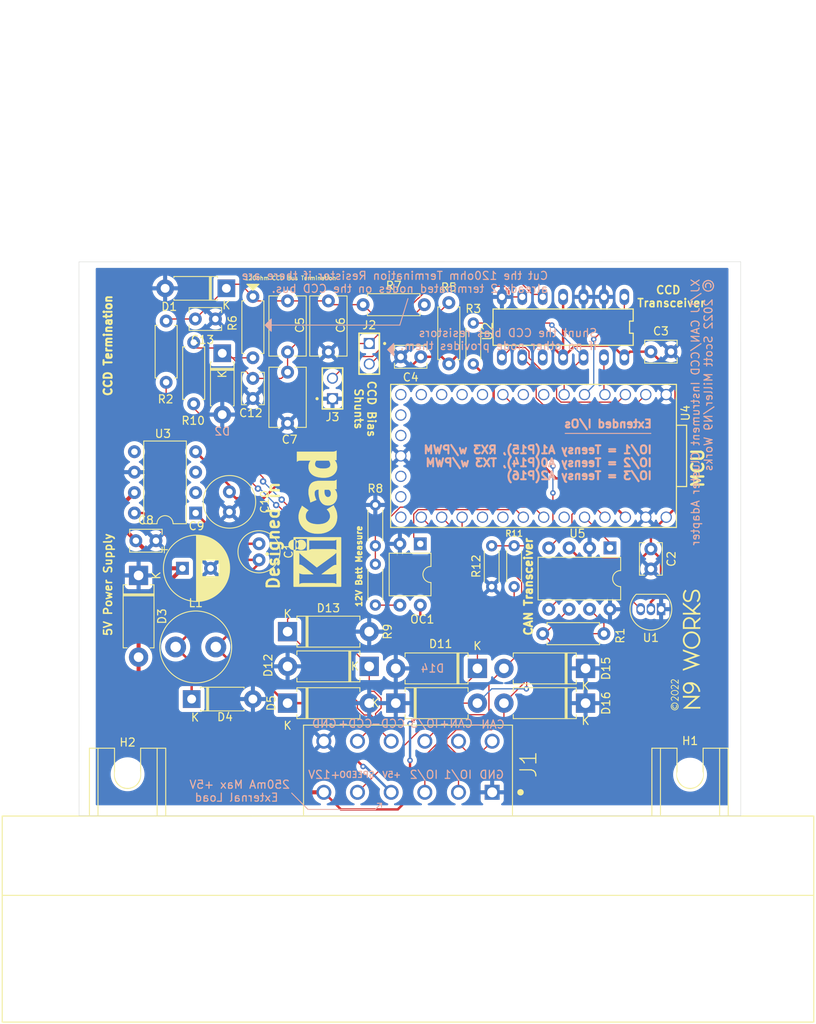
<source format=kicad_pcb>
(kicad_pcb (version 20211014) (generator pcbnew)
  (layers (0 "F.Cu" signal) (31 "B.Cu" power) (36 "B.SilkS" user "B.Silkscreen") (37 "F.SilkS" user "F.Silkscreen") (38 "B.Mask" user) (39 "F.Mask" user) (44 "Edge.Cuts" user))
  (net 0 "")
  (net 1 "ccd-")
  (net 2 "ccd+")
  (net 3 "can-")
  (net 4 "can+")
  (net 5 "12V_MEASURE")
  (net 6 "txd")
  (net 7 "rxd")
  (net 8 "CCD_CLOCK")
  (net 9 "can_tx")
  (net 10 "can_rx")
  (net 11 "idle")
  (net 12 "3v3")
  (net 13 "Net-(C1-Pad2)")
  (net 14 "IO{slash}1")
  (net 15 "IO{slash}2")
  (net 16 "IO{slash}3")
  (net 17 "ctrl")
  (net 18 "ccd_f+")
  (net 19 "ccd_f-")
  (net 22 "+12V")
  (net 23 "Net-(J3-Pad02)")
  (net 24 "+5V")
  (net 25 "12V_MEASCTL")
  (net 33 "Net-(OC1-Pad3)")
  (net 34 "GND")
  (net 36 "Net-(J2-Pad02)")
  (net 37 "/1v8")
  (net 38 "Net-(C1-Pad1)")
  (net 39 "SPEEDO_IN")
  (net 40 "SPEEDO")
  (footprint "Diode_THT:D_DO-41_SOD81_P7.62mm_Horizontal" (layer "F.Cu") (at 68.58 69.85 180)
    (fp_text reference "D1")
    (fp_text value "1N4728")
  )
  (footprint "Resistor_THT:R_Axial_DIN0207_L6.3mm_D2.5mm_P7.62mm_Horizontal" (layer "F.Cu") (at 85.598 71.882)
    (fp_text reference "R7")
    (fp_text value "13K")
  )
  (footprint "Capacitor_THT:C_Disc_D3.8mm_W2.6mm_P2.50mm" (layer "F.Cu") (at 64.7192 73.66)
    (fp_text reference "C13")
    (fp_text value "3.3nF")
  )
  (footprint "Jumpers:SAMTEC_TSW-101-07-T-D" (layer "F.Cu") (at 86.36 77.978 180)
    (fp_text reference "J2")
    (fp_text value "TSW-101-07-T-D")
  )
  (footprint "Jumpers:SAMTEC_TSW-101-07-T-D" (layer "F.Cu") (at 81.788 82.296)
    (fp_text reference "J3")
    (fp_text value "TSW-101-07-T-D")
  )
  (footprint "Capacitor_THT:C_Disc_D6.5mm_W4mm_P6.4mm" (layer "F.Cu") (at 76.2 71.4135 -90)
    (fp_text reference "C5")
    (fp_text value "25pF")
  )
  (footprint "Resistor_THT:R_Axial_DIN0204_L3.6mm_D1.6mm_P5.08mm_Horizontal" (layer "F.Cu") (at 99.314 79.248 90)
    (fp_text reference "R3")
    (fp_text value "10k")
  )
  (footprint "Resistor_THT:R_Axial_DIN0207_L6.3mm_D2.5mm_P7.62mm_Horizontal" (layer "F.Cu") (at 96.266 79.248 90)
    (fp_text reference "R5")
    (fp_text value "13K")
  )
  (footprint "DTM13:TE_DTM13-12PA-R008" (layer "F.Cu") (at 91.186 130.535)
    (fp_text reference "J1")
    (fp_text value "DTM13-12PA-R008")
  )
  (footprint "Capacitor_THT:C_Radial_D6.3mm_H7.0mm_P2.50mm" (layer "F.Cu") (at 68.961 95.139 -90)
    (fp_text reference "C10")
    (fp_text value "68uF")
  )
  (footprint "Package_TO_SOT_THT:TO-92_Inline" (layer "F.Cu") (at 122.682 109.728 180)
    (fp_text reference "U1")
    (fp_text value "MCP1700-1802E_TO92")
  )
  (footprint "Inductor_THT:L_Radial_D8.7mm_P5.00mm_Fastron_07HCP" (layer "F.Cu") (at 62.27 114.427)
    (fp_text reference "L1")
    (fp_text value "47uH")
  )
  (footprint "Package_DIP:DIP-4_W7.62mm" (layer "F.Cu") (at 92.715 101.61 -90)
    (fp_text reference "OC1")
    (fp_text value "Optocoupler_Generic")
  )
  (footprint "Capacitor_THT:C_Disc_D3.8mm_W2.6mm_P2.50mm" (layer "F.Cu") (at 121.412 102.235 -90)
    (fp_text reference "C2")
    (fp_text value "0.1uF")
  )
  (footprint "Resistor_THT:R_Axial_DIN0207_L6.3mm_D2.5mm_P7.62mm_Horizontal" (layer "F.Cu") (at 64.516 84.201 90)
    (fp_text reference "R10")
    (fp_text value "10ohm")
  )
  (footprint "Capacitor_THT:C_Disc_D3.8mm_W2.6mm_P2.50mm" (layer "F.Cu") (at 121.412 77.724)
    (fp_text reference "C3")
    (fp_text value "0.1uF")
  )
  (footprint "Diode_THT:D_DO-15_P10.16mm_Horizontal" (layer "F.Cu") (at 113.284 121.412 180)
    (fp_text reference "D16")
    (fp_text value "P6KE6.8CA")
  )
  (footprint "Resistor_THT:R_Axial_DIN0204_L3.6mm_D1.6mm_P5.08mm_Horizontal" (layer "F.Cu") (at 87.122 104.14 -90)
    (fp_text reference "R9")
    (fp_text value "10M")
  )
  (footprint "Capacitor_THT:C_Disc_D3.8mm_W2.6mm_P2.50mm" (layer "F.Cu") (at 71.882 81.046 -90)
    (fp_text reference "C12")
    (fp_text value "3.3nF")
  )
  (footprint "Diode_THT:D_DO-15_P10.16mm_Horizontal" (layer "F.Cu") (at 76.2 112.522)
    (fp_text reference "D13")
    (fp_text value "P6KE6.8A")
  )
  (footprint "Transceivers:CDP68HC68S1" (layer "F.Cu") (at 110.49 74.676 180)
    (fp_text reference "U2")
    (fp_text value "CDP68HC68S1")
  )
  (footprint "Logos:N9Works" (layer "F.Cu") (at 125.73 114.808 90)
    (fp_text reference "   ")
    (fp_text value "LOGO" hide)
  )
  (footprint "Diode_THT:D_DO-41_SOD81_P7.62mm_Horizontal" (layer "F.Cu") (at 64.262 120.904)
    (fp_text reference "D4")
    (fp_text value "550mV")
  )
  (footprint "Diode_THT:D_DO-15_P10.16mm_Horizontal" (layer "F.Cu") (at 99.822 117.094 180)
    (fp_text reference "D14")
    (fp_text value "P6KE6.8A")
  )
  (footprint "Capacitor_THT:CP_Radial_D8.0mm_P3.50mm" (layer "F.Cu") (at 63.117349 104.648)
    (fp_text reference "C9")
    (fp_text value "100uF")
  )
  (footprint "Capacitor_THT:C_Disc_D3.8mm_W2.6mm_P2.50mm" (layer "F.Cu") (at 57.317 101.219)
    (fp_text reference "C8")
    (fp_text value "0.1uf")
  )
  (footprint "Diode_THT:D_DO-15_P10.16mm_Horizontal" (layer "F.Cu") (at 57.658 105.537 -90)
    (fp_text reference "D3")
    (fp_text value "P6KE39CA")
  )
  (footprint "Diode_THT:D_DO-41_SOD81_P7.62mm_Horizontal" (layer "F.Cu") (at 68.072 77.922234 -90)
    (fp_text reference "D2")
    (fp_text value "1N4728")
  )
  (footprint "Package_DIP:DIP-8_W7.62mm" (layer "F.Cu") (at 116.322 102.118 -90)
    (fp_text reference "U5")
    (fp_text value "MCP2562-H-P")
  )
  (footprint "Diode_THT:D_DO-15_P10.16mm_Horizontal" (layer "F.Cu") (at 76.2 121.412)
    (fp_text reference "D5")
    (fp_text value "P6KE6.8A")
  )
  (footprint "Diode_THT:D_DO-15_P10.16mm_Horizontal" (layer "F.Cu") (at 89.662 121.412)
    (fp_text reference "D11")
    (fp_text value "P6KE6.8CA")
  )
  (footprint "Resistor_THT:R_Axial_DIN0204_L3.6mm_D1.6mm_P5.08mm_Horizontal" (layer "F.Cu") (at 87.122 101.854 90)
    (fp_text reference "R8")
    (fp_text value "1.5M")
  )
  (footprint "Resistor_THT:R_Axial_DIN0204_L3.6mm_D1.6mm_P5.08mm_Horizontal" (layer "F.Cu") (at 101.6 106.934 90)
    (fp_text reference "R12")
    (fp_text value "10K")
  )
  (footprint "Resistor_THT:R_Axial_DIN0207_L6.3mm_D2.5mm_P7.62mm_Horizontal" (layer "F.Cu") (at 71.882 70.866 -90)
    (fp_text reference "R6")
    (fp_text value "120ohm")
  )
  (footprint "Resistor_THT:R_Axial_DIN0207_L6.3mm_D2.5mm_P7.62mm_Horizontal" (layer "F.Cu") (at 61.087 81.534 90)
    (fp_text reference "R2")
    (fp_text value "10ohm")
  )
  (footprint "Diode_THT:D_DO-15_P10.16mm_Horizontal" (layer "F.Cu") (at 113.284 117.094 180)
    (fp_text reference "D15")
    (fp_text value "P6KE6.8CA")
  )
  (footprint "MCUs:Teensy40_NoSMT" (layer "F.Cu") (at 106.807 90.678 180)
    (fp_text reference "U4")
    (fp_text value "Teensy4.0")
  )
  (footprint "Capacitor_THT:C_Radial_D5.0mm_H11.0mm_P2.00mm" (layer "F.Cu") (at 72.644 101.6 -90)
    (fp_text reference "C1")
    (fp_text value "10nF")
  )
  (footprint "MountingHole:MountingHole_3.2mm_M3" (layer "F.Cu") (at 56.2864 130.2512 180)
    (fp_text reference "H2")
    (fp_text value "MountingHole_Pad")
  )
  (footprint "Capacitor_THT:C_Disc_D3.8mm_W2.6mm_P2.50mm" (layer "F.Cu") (at 92.772113 78.359 180)
    (fp_text reference "C4")
    (fp_text value "0.1uF")
  )
  (footprint "Capacitor_THT:C_Disc_D6.5mm_W4mm_P6.4mm" (layer "F.Cu") (at 81.28 71.4135 -90)
    (fp_text reference "C6")
    (fp_text value "25pF")
  )
  (footprint "Resistor_THT:R_Axial_DIN0204_L3.6mm_D1.6mm_P5.08mm_Horizontal" (layer "F.Cu") (at 104.394 101.854 -90)
    (fp_text reference "R11")
    (fp_text value "15K")
  )
  (footprint "Diode_THT:D_DO-15_P10.16mm_Horizontal" (layer "F.Cu") (at 86.36 116.84 180)
    (fp_text reference "D12")
    (fp_text value "P6KE6.8A")
  )
  (footprint "Capacitor_THT:C_Disc_D6.5mm_W4mm_P6.4mm" (layer "F.Cu") (at 76.2 80.2745 -90)
    (fp_text reference "C7")
    (fp_text value "25pF")
  )
  (footprint "MountingHole:MountingHole_3.2mm_M3" (layer "F.Cu") (at 126.2888 130.302)
    (fp_text reference "H1")
    (fp_text value "MountingHole_Pad")
  )
  (footprint "Package_DIP:DIP-8_W7.62mm" (layer "F.Cu") (at 64.76 97.78 180)
    (fp_text reference "U3")
    (fp_text value "LM2672N-5.0")
  )
  (footprint "Resistor_THT:R_Axial_DIN0207_L6.3mm_D2.5mm_P7.62mm_Horizontal" (layer "F.Cu") (at 115.57 112.776 180)
    (fp_text reference "R1")
    (fp_text value "120ohm")
  )
  (gr_line (start 87.884 133.858) (end 87.376 133.858) (layer "B.SilkS") (width 0.12))
  (gr_line (start 121.412 87.884) (end 110.744 87.884) (layer "B.SilkS") (width 0.12))
  (gr_line (start 78.74 134.62) (end 87.122 134.62) (layer "B.SilkS") (width 0.12))
  (gr_line (start 87.884 133.858) (end 87.122 134.62) (layer "B.SilkS") (width 0.12))
  (gr_poly (pts (xy 73.406 74.422) (xy 74.168 75.184) (xy 74.168 73.66)) (layer "B.SilkS") (width 0.12) (fill solid))
  (gr_poly (pts (xy 88.646 77.47) (xy 89.408 78.232) (xy 89.408 76.708)) (layer "B.SilkS") (width 0.12) (fill solid))
  (gr_line (start 87.884 134.366) (end 87.884 133.858) (layer "B.SilkS") (width 0.12))
  (gr_line (start 87.884 133.858) (end 87.884 134.366) (layer "B.SilkS") (width 0.12))
  (gr_line (start 76.708 132.588) (end 78.74 134.62) (layer "B.SilkS") (width 0.12))
  (gr_line (start 90.17 74.422) (end 74.168 74.422) (layer "B.SilkS") (width 0.12))
  (gr_line (start 91.186 71.12) (end 90.17 74.422) (layer "B.SilkS") (width 0.12))
  (gr_poly (pts (xy 76.31769 101.703123) (xy 76.320133 101.670901) (xy 76.324156 101.639148) (xy 76.329719 101.607903) (xy 76.336783 101.577207) (xy 76.345308 101.547098) (xy 76.355254 101.517618) (xy 76.366581 101.488805) (xy 76.379249 101.4607) (xy 76.39322 101.433343) (xy 76.408452 101.406773) (xy 76.424907 101.38103) (xy 76.442544 101.356154) (xy 76.461324 101.332186) (xy 76.481207 101.309164) (xy 76.502154 101.287129) (xy 76.524124 101.26612) (xy 76.547078 101.246178) (xy 76.570976 101.227343) (xy 76.595778 101.209653) (xy 76.621445 101.19315) (xy 76.647936 101.177872) (xy 76.675213 101.163861) (xy 76.703235 101.151155) (xy 76.731963 101.139794) (xy 76.761356 101.129819) (xy 76.791376 101.121269) (xy 76.821982 101.114185) (xy 76.853134 101.108605) (xy 76.884794 101.10457) (xy 76.91692 101.10212) (xy 76.947943 101.101333) (xy 76.947943 102.370212) (xy 76.91692 102.369426) (xy 76.884794 102.366975) (xy 76.853134 102.362941) (xy 76.821982 102.357361) (xy 76.791376 102.350276) (xy 76.761356 102.341726) (xy 76.731963 102.331751) (xy 76.703235 102.320391) (xy 76.675213 102.307685) (xy 76.647936 102.293673) (xy 76.621445 102.278395) (xy 76.595778 102.261892) (xy 76.570976 102.244203) (xy 76.547078 102.225367) (xy 76.524124 102.205425) (xy 76.502154 102.184417) (xy 76.481207 102.162382) (xy 76.461324 102.13936) (xy 76.442544 102.115391) (xy 76.424907 102.090515) (xy 76.408452 102.064773) (xy 76.39322 102.038203) (xy 76.379249 102.010845) (xy 76.366581 101.98274) (xy 76.355254 101.953928) (xy 76.345308 101.924447) (xy 76.336783 101.894339) (xy 76.329719 101.863642) (xy 76.324156 101.832397) (xy 76.320133 101.800644) (xy 76.31769 101.768423) (xy 76.316867 101.735773)) (layer "F.SilkS") (width 0.04) (fill solid))
  (gr_poly (pts (xy 77.57568 98.166528) (xy 77.579411 98.097962) (xy 77.585629 98.029201) (xy 77.594334 97.960245) (xy 77.605527 97.891093) (xy 77.619206 97.821747) (xy 77.635373 97.752205) (xy 77.654026 97.682468) (xy 77.675167 97.612536) (xy 77.698794 97.542409) (xy 77.724909 97.472087) (xy 77.753511 97.40157) (xy 77.7846 97.330858) (xy 77.818175 97.25995) (xy 77.854238 97.188847) (xy 77.892788 97.11755) (xy 77.911955 97.081756) (xy 77.928878 97.047717) (xy 77.943557 97.015434) (xy 77.950056 96.999951) (xy 77.955993 96.984906) (xy 77.96137 96.9703) (xy 77.966186 96.956134) (xy 77.97044 96.942405) (xy 77.974134 96.929116) (xy 77.977267 96.916266) (xy 77.979839 96.903854) (xy 77.98185 96.891881) (xy 77.9833 96.880347) (xy 78.794781 97.439022) (xy 78.752452 97.474074) (xy 78.712853 97.510564) (xy 78.675986 97.548493) (xy 78.641849 97.58786) (xy 78.610444 97.628666) (xy 78.581769 97.670911) (xy 78.555825 97.714594) (xy 78.532612 97.759716) (xy 78.51213 97.806276) (xy 78.494378 97.854275) (xy 78.479358 97.903712) (xy 78.467068 97.954588) (xy 78.45751 98.006903) (xy 78.450682 98.060656) (xy 78.446585 98.115847) (xy 78.445219 98.172477) (xy 78.446085 98.216856) (xy 78.448682 98.260258) (xy 78.45301 98.302686) (xy 78.45907 98.344138) (xy 78.466861 98.384615) (xy 78.476383 98.424116) (xy 78.487636 98.462642) (xy 78.50062 98.500193) (xy 78.515336 98.536768) (xy 78.531783 98.572368) (xy 78.549961 98.606993) (xy 78.56987 98.640642) (xy 78.59151 98.673316) (xy 78.614882 98.705015) (xy 78.639985 98.735738) (xy 78.666819 98.765486) (xy 78.695384 98.794258) (xy 78.725681 98.822055) (xy 78.757708 98.848877) (xy 78.791467 98.874724) (xy 78.826957 98.899595) (xy 78.864179 98.923491) (xy 78.903131 98.946411) (xy 78.943815 98.968356) (xy 78.98623 98.989326) (xy 79.030376 99.00932) (xy 79.123862 99.046383) (xy 79.224273 99.079544) (xy 79.331609 99.108804) (xy 79.405101 99.125629) (xy 79.480446 99.140211) (xy 79.557645 99.152549) (xy 79.636696 99.162644) (xy 79.717601 99.170495) (xy 79.800358 99.176103) (xy 79.884968 99.179468) (xy 79.971431 99.180589) (xy 80.093031 99.178626) (xy 80.209706 99.172738) (xy 80.321456 99.162924) (xy 80.42828 99.149184) (xy 80.530179 99.131518) (xy 80.627152 99.109927) (xy 80.7192 99.08441) (xy 80.806322 99.054967) (xy 80.888519 99.021598) (xy 80.96579 98.984303) (xy 81.038136 98.943083) (xy 81.105556 98.897937) (xy 81.168051 98.848865) (xy 81.22562 98.795867) (xy 81.278264 98.738943) (xy 81.325983 98.678094) (xy 81.346392 98.648712) (xy 81.365485 98.619087) (xy 81.383261 98.589217) (xy 81.39972 98.559104) (xy 81.414862 98.528746) (xy 81.428687 98.498145) (xy 81.441196 98.4673) (xy 81.452388 98.436211) (xy 81.462263 98.404878) (xy 81.470822 98.373302) (xy 81.478064 98.341481) (xy 81.483989 98.309417) (xy 81.488597 98.277108) (xy 81.491889 98.244556) (xy 81.493864 98.21176) (xy 81.494522 98.17872) (xy 81.492938 98.119834) (xy 81.488183 98.061777) (xy 81.480258 98.00455) (xy 81.469164 97.948151) (xy 81.454899 97.892581) (xy 81.437465 97.837841) (xy 81.416861 97.783929) (xy 81.393087 97.730846) (xy 81.366144 97.678592) (xy 81.33603 97.627167) (xy 81.302747 97.576571) (xy 81.266293 97.526804) (xy 81.22667 97.477866) (xy 81.183877 97.429757) (xy 81.137914 97.382477) (xy 81.088782 97.336026) (xy 81.937719 96.817925) (xy 81.937298 96.820504) (xy 81.937207 96.823558) (xy 81.937444 96.827088) (xy 81.938011 96.831093) (xy 81.940133 96.84053) (xy 81.943571 96.851869) (xy 81.948325 96.865109) (xy 81.954397 96.880252) (xy 81.961785 96.897296) (xy 81.97049 96.916242) (xy 81.980512 96.93709) (xy 81.99185 96.959839) (xy 82.004506 96.984491) (xy 82.018477 97.011044) (xy 82.050371 97.069856) (xy 82.087532 97.136276) (xy 82.087526 97.136274) (xy 82.121541 97.19877) (xy 82.153361 97.262192) (xy 82.182987 97.32654) (xy 82.210418 97.391815) (xy 82.235655 97.458017) (xy 82.258698 97.525145) (xy 82.279545 97.593199) (xy 82.298199 97.66218) (xy 82.314657 97.732088) (xy 82.328922 97.802922) (xy 82.340991 97.874682) (xy 82.350866 97.947369) (xy 82.358547 98.020983) (xy 82.364033 98.095523) (xy 82.367325 98.170989) (xy 82.368422 98.247382) (xy 82.365594 98.367947) (xy 82.357108 98.485415) (xy 82.342966 98.599786) (xy 82.323167 98.71106) (xy 82.29771 98.819238) (xy 82.266597 98.924318) (xy 82.229827 99.026303) (xy 82.187399 99.12519) (xy 82.139315 99.22098) (xy 82.085574 99.313674) (xy 82.026176 99.403271) (xy 81.961121 99.489772) (xy 81.89041 99.573175) (xy 81.814041 99.653482) (xy 81.732015 99.730692) (xy 81.644332 99.804805) (xy 81.559161 99.87019) (xy 81.471405 99.931356) (xy 81.381064 99.988304) (xy 81.288139 100.041033) (xy 81.192629 100.089544) (xy 81.094534 100.133837) (xy 80.993855 100.173912) (xy 80.890591 100.209767) (xy 80.784742 100.241405) (xy 80.676309 100.268824) (xy 80.565291 100.292025) (xy 80.451688 100.311008) (xy 80.335501 100.325772) (xy 80.216729 100.336317) (xy 80.095372 100.342645) (xy 79.971431 100.344754) (xy 79.832786 100.342169) (xy 79.697751 100.334416) (xy 79.566324 100.321492) (xy 79.438506 100.3034) (xy 79.314297 100.280138) (xy 79.193696 100.251707) (xy 79.076704 100.218107) (xy 78.963321 100.179337) (xy 78.853546 100.135398) (xy 78.747381 100.086289) (xy 78.644823 100.032011) (xy 78.545875 99.972564) (xy 78.450535 99.907948) (xy 78.358804 99.838162) (xy 78.270682 99.763207) (xy 78.186168 99.683083) (xy 78.112092 99.605739) (xy 78.042795 99.526639) (xy 77.978277 99.445784) (xy 77.918538 99.363173) (xy 77.863577 99.278806) (xy 77.813396 99.192684) (xy 77.767995 99.104806) (xy 77.727372 99.015172) (xy 77.691528 98.923783) (xy 77.660463 98.830638) (xy 77.634177 98.735737) (xy 77.612671 98.639081) (xy 77.595943 98.540669) (xy 77.583995 98.440501) (xy 77.576826 98.338578) (xy 77.574436 98.234899)) (layer "F.SilkS") (width 0.04) (fill solid))
  (gr_poly (pts (xy 81.744207 90.166258) (xy 81.792071 90.165698) (xy 81.838132 90.164016) (xy 81.882388 90.161212) (xy 81.92484 90.157287) (xy 81.965487 90.152239) (xy 82.00433 90.146071) (xy 82.041368 90.13878) (xy 82.076603 90.130368) (xy 82.110032 90.120834) (xy 82.141658 90.110178) (xy 82.171479 90.098401) (xy 82.199496 90.085502) (xy 82.225709 90.071481) (xy 82.250117 90.056338) (xy 82.272721 90.040074) (xy 82.293521 90.022688) (xy 82.293521 91.189975) (xy 82.028227 91.189975) (xy 82.068667 91.233231) (xy 82.106498 91.277951) (xy 82.14172 91.324133) (xy 82.174333 91.371779) (xy 82.204338 91.420887) (xy 82.231733 91.471459) (xy 82.256519 91.523493) (xy 82.278696 91.576991) (xy 82.298264 91.631951) (xy 82.315222 91.688375) (xy 82.329572 91.746261) (xy 82.341313 91.805611) (xy 82.350445 91.866423) (xy 82.356968 91.928699) (xy 82.360881 91.992437) (xy 82.362186 92.057638) (xy 82.361137 92.112965) (xy 82.357992 92.167364) (xy 82.352749 92.220837) (xy 82.34541 92.273384) (xy 82.335973 92.325004) (xy 82.32444 92.375697) (xy 82.310809 92.425463) (xy 82.295082 92.474303) (xy 82.277257 92.522217) (xy 82.257336 92.569203) (xy 82.235317 92.615264) (xy 82.211202 92.660397) (xy 82.184989 92.704604) (xy 82.156679 92.747885) (xy 82.126273 92.790239) (xy 82.093769 92.831666) (xy 82.061448 92.869644) (xy 82.027689 92.906329) (xy 81.992492 92.941722) (xy 81.955855 92.975822) (xy 81.917781 93.00863) (xy 81.878267 93.040146) (xy 81.837315 93.07037) (xy 81.794925 93.099301) (xy 81.751095 93.126939) (xy 81.705827 93.153286) (xy 81.659121 93.17834) (xy 81.610976 93.202101) (xy 81.561392 93.224571) (xy 81.510369 93.245748) (xy 81.457908 93.265633) (xy 81.404008 93.284225) (xy 81.365507 93.296319) (xy 81.326469 93.307633) (xy 81.286895 93.318167) (xy 81.246784 93.32792) (xy 81.206137 93.336893) (xy 81.164953 93.345086) (xy 81.080976 93.359131) (xy 80.994853 93.370054) (xy 80.906585 93.377857) (xy 80.81617 93.382538) (xy 80.72361 93.384098) (xy 80.670551 93.383236) (xy 80.670551 92.260508) (xy 80.774864 92.258546) (xy 80.872447 92.252657) (xy 80.9633 92.242843) (xy 81.047423 92.229103) (xy 81.124816 92.211437) (xy 81.195479 92.189846) (xy 81.259413 92.164329) (xy 81.316617 92.134885) (xy 81.342695 92.118692) (xy 81.36709 92.101517) (xy 81.389804 92.08336) (xy 81.410834 92.064222) (xy 81.430183 92.044102) (xy 81.447849 92.023001) (xy 81.463832 92.000919) (xy 81.478133 91.977855) (xy 81.490751 91.95381) (xy 81.501687 91.928783) (xy 81.510941 91.902775) (xy 81.518512 91.875785) (xy 81.524401 91.847814) (xy 81.528607 91.818861) (xy 81.531131 91.788928) (xy 81.531972 91.758012) (xy 81.531204 91.725314) (xy 81.528899 91.692763) (xy 81.525059 91.660357) (xy 81.519683 91.628098) (xy 81.51277 91.595985) (xy 81.504321 91.564019) (xy 81.494336 91.532198) (xy 81.482815 91.500524) (xy 81.469758 91.468997) (xy 81.455164 91.437615) (xy 81.439034 91.40638) (xy 81.421368 91.375291) (xy 81.402166 91.344348) (xy 81.381428 91.313551) (xy 81.359154 91.282901) (xy 81.335343 91.252397) (xy 81.335343 91.252398) (xy 79.777919 91.252398) (xy 79.756754 91.27833) (xy 79.736955 91.304628) (xy 79.718522 91.331292) (xy 79.701453 91.358321) (xy 79.685751 91.385716) (xy 79.671413 91.413476) (xy 79.658441 91.441603) (xy 79.646835 91.470095) (xy 79.636594 91.498952) (xy 79.627718 91.528176) (xy 79.620208 91.557765) (xy 79.614063 91.58772) (xy 79.609284 91.618041) (xy 79.60587 91.648727) (xy 79.603822 91.679779) (xy 79.603139 91.711197) (xy 79.604182 91.744992) (xy 79.607309 91.777715) (xy 79.612521 91.809365) (xy 79.619818 91.839942) (xy 79.6292 91.869447) (xy 79.640667 91.897878) (xy 79.654218 91.925236) (xy 79.669854 91.951522) (xy 79.687575 91.976735) (xy 79.70738 92.000874) (xy 79.729271 92.023941) (xy 79.753246 92.045935) (xy 79.779306 92.066856) (xy 79.80745 92.086704) (xy 79.83768 92.10548) (xy 79.869994 92.123182) (xy 79.904393 92.139812) (xy 79.940877 92.155368) (xy 79.979445 92.169852) (xy 80.020098 92.183263) (xy 80.062836 92.195601) (xy 80.107659 92.206866) (xy 80.154567 92.217058) (xy 80.203559 92.226177) (xy 80.254637 92.234224) (xy 80.307799 92.241197) (xy 80.363045 92.247098) (xy 80.420377 92.251926) (xy 80.479793 92.255681) (xy 80.541295 92.258363) (xy 80.604881 92.259972) (xy 80.670551 92.260508) (xy 80.670551 93.383236) (xy 80.571409 93.381624) (xy 80.425352 93.374199) (xy 80.285439 93.361824) (xy 80.151672 93.3445) (xy 80.024048 93.322225) (xy 79.90257 93.295001) (xy 79.787236 93.262827) (xy 79.678047 93.225703) (xy 79.575002 93.183629) (xy 79.478102 93.136606) (xy 79.387347 93.084632) (xy 79.302736 93.027709) (xy 79.22427 92.965836) (xy 79.151948 92.899013) (xy 79.085771 92.82724) (xy 79.025739 92.750517) (xy 78.999661 92.712711) (xy 78.975266 92.674197) (xy 78.952553 92.634976) (xy 78.931523 92.595048) (xy 78.912175 92.554413) (xy 78.894509 92.513071) (xy 78.878526 92.471022) (xy 78.864225 92.428265) (xy 78.851607 92.384802) (xy 78.840671 92.340631) (xy 78.831417 92.295753) (xy 78.823846 92.250168) (xy 78.817957 92.203875) (xy 78.81375 92.156876) (xy 78.811226 92.109169) (xy 78.810384 92.060756) (xy 78.81147 91.997249) (xy 78.814725 91.935474) (xy 78.820151 91.87543) (xy 78.827747 91.817117) (xy 78.837513 91.760535) (xy 78.849448 91.705685) (xy 78.863554 91.652565) (xy 78.87983 91.601177) (xy 78.898276 91.55152) (xy 78.918892 91.503595) (xy 78.941679 91.4574) (xy 78.966635 91.412936) (xy 78.993761 91.370204) (xy 79.023058 91.329203) (xy 79.054524 91.289933) (xy 79.088161 91.252394) (xy 77.905268 91.252394) (xy 77.80286 91.253176) (xy 77.759117 91.254152) (xy 77.720348 91.255518) (xy 77.686552 91.257273) (xy 77.65773 91.259419) (xy 77.633882 91.261954) (xy 77.615008 91.264879) (xy 77.597928 91.268305) (xy 77.581019 91.272341) (xy 77.56428 91.276986) (xy 77.547712 91.282241) (xy 77.531315 91.288106) (xy 77.515088 91.29458) (xy 77.499031 91.301664) (xy 77.483146 91.309357) (xy 77.467431 91.31766) (xy 77.451886 91.326572) (xy 77.436512 91.336094) (xy 77.421309 91.346225) (xy 77.406276 91.356966) (xy 77.391413 91.368316) (xy 77.376722 91.380276) (xy 77.362201 91.392845) (xy 77.362197 91.392845) (xy 77.362197 90.166258)) (layer "F.SilkS") (width 0.04) (fill solid))
  (gr_poly (pts (xy 77.166984 101.139794) (xy 77.137591 101.129819) (xy 77.107572 101.121269) (xy 77.076966 101.114185) (xy 77.045813 101.108605) (xy 77.014154 101.10457) (xy 76.982028 101.10212) (xy 76.949474 101.101294) (xy 76.947943 101.101333) (xy 76.947943 100.84188) (xy 76.948009 100.839353) (xy 76.948206 100.836859) (xy 76.948531 100.834403) (xy 76.94898 100.831986) (xy 76.94955 100.829613) (xy 76.950238 100.827286) (xy 76.951042 100.825008) (xy 76.951956 100.822782) (xy 76.95298 100.820611) (xy 76.954108 100.818499) (xy 76.955339 100.816448) (xy 76.956669 100.814462) (xy 76.958094 100.812542) (xy 76.959613 100.810693) (xy 76.96122 100.808918) (xy 76.962915 100.807219) (xy 76.964692 100.805599) (xy 76.966549 100.804062) (xy 76.968483 100.802611) (xy 76.970491 100.801248) (xy 76.972569 100.799977) (xy 76.974714 100.7988) (xy 76.976924 100.797721) (xy 76.979195 100.796743) (xy 76.981523 100.795868) (xy 76.983906 100.7951) (xy 76.98634 100.794443) (xy 76.988823 100.793897) (xy 76.991351 100.793468) (xy 76.993921 100.793158) (xy 76.996529 100.792969) (xy 76.999174 100.792906) (xy 82.809187 100.792906) (xy 82.811831 100.792969) (xy 82.81444 100.793158) (xy 82.817009 100.793468) (xy 82.819537 100.793897) (xy 82.82202 100.794442) (xy 82.824455 100.7951) (xy 82.826838 100.795868) (xy 82.829166 100.796743) (xy 82.831437 100.797721) (xy 82.833647 100.7988) (xy 82.835792 100.799976) (xy 82.837871 100.801248) (xy 82.839878 100.802611) (xy 82.841813 100.804062) (xy 82.84367 100.805599) (xy 82.845447 100.807219) (xy 82.847142 100.808918) (xy 82.84875 100.810693) (xy 82.850268 100.812542) (xy 82.851694 100.814461) (xy 82.853024 100.816448) (xy 82.854255 100.818499) (xy 82.855383 100.820611) (xy 82.856407 100.822782) (xy 82.857322 100.825008) (xy 82.858125 100.827286) (xy 82.858813 100.829613) (xy 82.859383 100.831986) (xy 82.859832 100.834403) (xy 82.860157 100.836859) (xy 82.860354 100.839353) (xy 82.860421 100.84188) (xy 82.860421 106.895122) (xy 82.860354 106.89765) (xy 82.860157 106.900143) (xy 82.859832 106.9026) (xy 82.859383 106.905016) (xy 82.858813 106.907389) (xy 82.858125 106.909717) (xy 82.857322 106.911995) (xy 82.856407 106.91422) (xy 82.855383 106.916391) (xy 82.854255 106.918503) (xy 82.853024 106.920554) (xy 82.851694 106.922541) (xy 82.850268 106.92446) (xy 82.84875 106.926309) (xy 82.847142 106.928085) (xy 82.845447 106.929784) (xy 82.84367 106.931403) (xy 82.841813 106.93294) (xy 82.839878 106.934392) (xy 82.837871 106.935755) (xy 82.835792 106.937026) (xy 82.833647 106.938202) (xy 82.831437 106.939281) (xy 82.829166 106.94026) (xy 82.826838 106.941134) (xy 82.824455 106.941902) (xy 82.82202 106.94256) (xy 82.819537 106.943105) (xy 82.817009 106.943534) (xy 82.81444 106.943845) (xy 82.811831 106.944033) (xy 82.809187 106.944097) (xy 82.293518 106.944097) (xy 82.293518 106.674321) (xy 82.293518 105.207409) (xy 82.270658 105.228574) (xy 82.245775 105.248374) (xy 82.218867 105.266808) (xy 82.189936 105.283877) (xy 82.158981 105.29958) (xy 82.126003 105.313918) (xy 82.091 105.32689) (xy 82.053974 105.338496) (xy 82.014923 105.348737) (xy 81.973849 105.357613) (xy 81.930751 105.365123) (xy 81.88563 105.371267) (xy 81.838484 105.376046) (xy 81.789315 105.37946) (xy 81.738122 105.381508) (xy 81.684905 105.38219) (xy 80.43959 105.38219) (xy 81.669299 104.480196) (xy 81.709276 104.451472) (xy 81.748058 104.424602) (xy 81.785646 104.399585) (xy 81.822038 104.376421) (xy 81.857236 104.35511) (xy 81.891239 104.335652) (xy 81.924047 104.318047) (xy 81.95566 104.302296) (xy 81.986078 104.288397) (xy 82.015302 104.276352) (xy 82.04333 104.266159) (xy 82.070164 104.25782) (xy 82.095803 104.251333) (xy 82.120247 104.2467) (xy 82.143496 104.24392) (xy 82.165551 104.242993) (xy 82.179839 104.243286) (xy 82.194615 104.244165) (xy 82.20988 104.245628) (xy 82.225632 104.247677) (xy 82.241871 104.25031) (xy 82.258599 104.253528) (xy 82.275814 104.257331) (xy 82.293518 104.26172) (xy 82.293518 102.65748) (xy 82.293518 102.420278) (xy 82.293518 101.046999) (xy 82.278985 101.059947) (xy 82.264257 101.072261) (xy 82.249334 101.08394) (xy 82.234216 101.094986) (xy 82.218904 101.105398) (xy 82.203396 101.115176) (xy 82.187693 101.12432) (xy 82.171795 101.13283) (xy 82.155701 101.140706) (xy 82.139413 101.147947) (xy 82.12293 101.154555) (xy 82.106252 101.160529) (xy 82.089378 101.165869) (xy 82.072309 101.170575) (xy 82.055046 101.174646) (xy 82.037587 101.178084) (xy 82.017982 101.181011) (xy 81.993501 101.183548) (xy 81.964144 101.185694) (xy 81.929909 101.187449) (xy 81.890798 101.188815) (xy 81.84681 101.18979) (xy 81.744204 101.190569) (xy 78.879046 101.190569) (xy 78.879043 101.19057) (xy 78.879043 102.417157) (xy 78.893564 102.404588) (xy 78.908256 102.392628) (xy 78.923118 102.381277) (xy 78.938151 102.370536) (xy 78.953354 102.360405) (xy 78.968728 102.350883) (xy 78.984273 102.341971) (xy 78.999988 102.333669) (xy 79.015873 102.325976) (xy 79.03193 102.318892) (xy 79.048157 102.312418) (xy 79.064554 102.306554) (xy 79.081122 102.301299) (xy 79.097861 102.296654) (xy 79.11477 102.292619) (xy 79.13185 102.289193) (xy 79.150724 102.286268) (xy 79.174572 102.283733) (xy 79.203394 102.281587) (xy 79.23719 102.279831) (xy 79.27596 102.278466) (xy 79.319704 102.27749) (xy 79.422113 102.276709) (xy 81.744204 102.276709) (xy 81.797945 102.276904) (xy 81.84681 102.277489) (xy 81.890798 102.278465) (xy 81.929909 102.27983) (xy 81.964144 102.281586) (xy 81.993501 102.283731) (xy 82.017982 102.286267) (xy 82.037587 102.289193) (xy 82.055045 102.292631) (xy 82.072308 102.296703) (xy 82.089377 102.301409) (xy 82.10625 102.306749) (xy 82.122928 102.312723) (xy 82.139412 102.319331) (xy 82.1557 102.326573) (xy 82.171793 102.334449) (xy 82.187692 102.342958) (xy 82.203395 102.352102) (xy 82.218903 102.36188) (xy 82.234216 102.372292) (xy 82.249334 102.383337) (xy 82.264257 102.395017) (xy 82.278985 102.407331) (xy 82.293518 102.420278) (xy 82.293518 102.65748) (xy 82.274353 102.681719) (xy 82.255871 102.704494) (xy 82.238071 102.725806) (xy 82.220954 102.745654) (xy 82.204519 102.764039) (xy 82.188767 102.780961) (xy 82.173698 102.796419) (xy 82.159311 102.810413) (xy 82.105374 102.858499) (xy 82.052804 102.904438) (xy 82.001598 102.948231) (xy 81.951758 102.989879) (xy 81.903284 103.02938) (xy 81.856175 103.066735) (xy 81.810431 103.101944) (xy 81.766053 103.135007) (xy 79.83722 104.536375) (xy 78.376551 103.362846) (xy 78.272973 103.279164) (xy 78.186949 103.209135) (xy 78.11848 103.15276) (xy 78.067564 103.110038) (xy 78.028247 103.076841) (xy 77.990661 103.04435) (xy 77.954806 103.012567) (xy 77.920681 102.981491) (xy 77.888288 102.951121) (xy 77.857626 102.921459) (xy 77.828696 102.892504) (xy 77.801496 102.864256) (xy 77.776027 102.836714) (xy 77.75229 102.80988) (xy 77.730283 102.783753) (xy 77.710008 102.758333) (xy 77.691463 102.73362) (xy 77.67465 102.709614) (xy 77.659568 102.686315) (xy 77.646217 102.663723) (xy 77.646217 104.227388) (xy 77.650997 104.225499) (xy 77.655972 104.223732) (xy 77.661142 104.222086) (xy 77.666507 104.220563) (xy 77.672067 104.219161) (xy 77.677821 104.217881) (xy 77.683771 104.216723) (xy 77.689916 104.215687) (xy 77.70279 104.21398) (xy 77.716444 104.21276) (xy 77.730878 104.212027) (xy 77.746092 104.211782) (xy 77.768233 104.212856) (xy 77.791739 104.216075) (xy 77.816611 104.22144) (xy 77.842848 104.22895) (xy 77.870451 104.238606) (xy 77.899419 104.250408) (xy 77.929752 104.264355) (xy 77.961451 104.280449) (xy 77.994515 104.298687) (xy 78.028945 104.319072) (xy 78.064739 104.341602) (xy 78.1019 104.366278) (xy 78.140425 104.393099) (xy 78.180316 104.422067) (xy 78.221572 104.453179) (xy 78.264193 104.486438) (xy 79.397147 105.38219) (xy 78.251707 105.38219) (xy 78.198868 105.381508) (xy 78.148029 105.37946) (xy 78.099189 105.376046) (xy 78.052349 105.371267) (xy 78.007508 105.365123) (xy 77.964666 105.357613) (xy 77.923824 105.348737) (xy 77.884981 105.338496) (xy 77.848137 105.32689) (xy 77.813293 105.313918) (xy 77.780448 105.29958) (xy 77.749602 105.283877) (xy 77.720756 105.266808) (xy 77.69391 105.248374) (xy 77.669062 105.228574) (xy 77.646214 105.207409) (xy 77.646214 106.674321) (xy 77.661564 106.659447) (xy 77.677182 106.645256) (xy 77.693069 106.631748) (xy 77.709223 106.618922) (xy 77.725646 106.606779) (xy 77.742337 106.595319) (xy 77.759296 106.584541) (xy 77.776523 106.574447) (xy 77.794018 106.565035) (xy 77.811781 106.556305) (xy 77.829813 106.548259) (xy 77.848112 106.540895) (xy 77.86668 106.534214) (xy 77.885516 106.528215) (xy 77.904619 106.5229) (xy 77.923991 106.518267) (xy 77.94823 106.513878) (xy 77.977247 106.510074) (xy 78.011044 106.506856) (xy 78.049619 106.504222) (xy 78.092972 106.502174) (xy 78.141105 106.500711) (xy 78.194016 106.499833) (xy 78.251707 106.49954) (xy 81.688025 106.49954) (xy 81.745716 106.499833) (xy 81.798629 106.500711) (xy 81.846762 106.502174) (xy 81.890117 106.504222) (xy 81.928692 106.506856) (xy 81.962487 106.510074) (xy 81.991504 106.513878) (xy 82.00422 106.515999) (xy 82.015741 106.518267) (xy 82.035113 106.5229) (xy 82.054217 106.528215) (xy 82.073053 106.534214) (xy 82.091621 106.540895) (xy 82.109921 106.548259) (xy 82.127953 106.556305) (xy 82.145716 106.565035) (xy 82.163211 106.574447) (xy 82.180439 106.584541) (xy 82.197397 106.595319) (xy 82.214088 106.606779) (xy 82.23051 106.618922) (xy 82.246665 106.631748) (xy 82.262551 106.645256) (xy 82.278168 106.659447) (xy 82.293518 106.674321) (xy 82.293518 106.944097) (xy 76.999174 106.944097) (xy 76.996529 106.944033) (xy 76.993921 106.943845) (xy 76.991351 106.943534) (xy 76.988823 106.943105) (xy 76.98634 106.94256) (xy 76.983906 106.941902) (xy 76.981523 106.941134) (xy 76.979195 106.94026) (xy 76.976924 106.939281) (xy 76.974714 106.938202) (xy 76.972569 106.937026) (xy 76.970491 106.935755) (xy 76.968483 106.934392) (xy 76.966549 106.93294) (xy 76.964692 106.931403) (xy 76.962915 106.929784) (xy 76.96122 106.928085) (xy 76.959613 106.926309) (xy 76.958094 106.92446) (xy 76.956669 106.922541) (xy 76.955339 106.920554) (xy 76.954108 106.918503) (xy 76.95298 106.916391) (xy 76.951956 106.914221) (xy 76.951042 106.911995) (xy 76.950238 106.909717) (xy 76.94955 106.90739) (xy 76.94898 106.905016) (xy 76.948531 106.9026) (xy 76.948206 106.900143) (xy 76.948009 106.89765) (xy 76.947943 106.895122) (xy 76.947943 102.370212) (xy 76.949474 102.370251) (xy 76.982028 102.369426) (xy 77.014154 102.366975) (xy 77.045813 102.362941) (xy 77.076966 102.357361) (xy 77.107572 102.350276) (xy 77.137591 102.341726) (xy 77.166984 102.331751) (xy 77.195363 102.320529) (xy 77.195363 102.470686) (xy 78.625744 102.470686) (xy 78.625744 100.972342) (xy 77.195363 100.972342) (xy 77.195363 101.151017)) (layer "F.SilkS") (width 0.04) (fill solid))
  (gr_poly (pts (xy 78.812872 95.041494) (xy 78.820334 94.925355) (xy 78.83277 94.81502) (xy 78.85018 94.710489) (xy 78.872564 94.61176) (xy 78.899923 94.518835) (xy 78.932255 94.431713) (xy 78.969562 94.350394) (xy 79.011843 94.274878) (xy 79.059098 94.205165) (xy 79.111328 94.141256) (xy 79.168531 94.08315) (xy 79.230709 94.030847) (xy 79.29786 93.984347) (xy 79.369986 93.94365) (xy 79.447086 93.908757) (xy 79.486673 93.893639) (xy 79.527406 93.879498) (xy 79.569285 93.866331) (xy 79.61231 93.854139) (xy 79.656481 93.842923) (xy 79.701798 93.832682) (xy 79.748261 93.823417) (xy 79.79587 93.815126) (xy 79.844625 93.807811) (xy 79.894526 93.801472) (xy 79.945572 93.796107) (xy 79.997765 93.791718) (xy 80.051104 93.788303) (xy 80.105588 93.785864) (xy 80.161219 93.784401) (xy 80.217995 93.783912) (xy 81.744207 93.783912) (xy 81.846813 93.783134) (xy 81.890801 93.782159) (xy 81.929913 93.780794) (xy 81.964147 93.779038) (xy 81.993505 93.776891) (xy 82.017986 93.774354) (xy 82.03759 93.771428) (xy 82.055049 93.76799) (xy 82.072313 93.763919) (xy 82.089381 93.759213) (xy 82.106255 93.753873) (xy 82.122933 93.7479) (xy 82.139416 93.741292) (xy 82.155705 93.73405) (xy 82.171798 93.726175) (xy 82.187696 93.717665) (xy 82.203399 93.708521) (xy 82.218907 93.698743) (xy 82.23422 93.688331) (xy 82.249337 93.677284) (xy 82.26426 93.665604) (xy 82.278988 93.653289) (xy 82.293521 93.640341) (xy 82.293521 94.804509) (xy 82.028227 94.804509) (xy 82.067936 94.845412) (xy 82.105133 94.887755) (xy 82.139819 94.931535) (xy 82.171993 94.976755) (xy 82.201655 95.023413) (xy 82.228806 95.07151) (xy 82.253445 95.121045) (xy 82.275573 95.172019) (xy 82.29519 95.224431) (xy 82.312295 95.278282) (xy 82.326888 95.333572) (xy 82.33897 95.3903) (xy 82.348541 95.448467) (xy 82.355601 95.508072) (xy 82.360149 95.569116) (xy 82.362186 95.631598) (xy 82.361927 95.676208) (xy 82.360376 95.720306) (xy 82.357534 95.763891) (xy 82.3534 95.806965) (xy 82.347975 95.849527) (xy 82.341257 95.891576) (xy 82.333247 95.933113) (xy 82.323945 95.974138) (xy 82.313351 96.014652) (xy 82.301465 96.054653) (xy 82.288286 96.094142) (xy 82.273815 96.133119) (xy 82.258052 96.171583) (xy 82.240996 96.209536) (xy 82.222648 96.246977) (xy 82.203006 96.283905) (xy 82.180988 96.321871) (xy 82.157849 96.358519) (xy 82.133588 96.393851) (xy 82.108205 96.427866) (xy 82.0817 96.460565) (xy 82.054074 96.491946) (xy 82.025326 96.522011) (xy 81.995456 96.550759) (xy 81.964465 96.578191) (xy 81.932352 96.604306) (xy 81.899117 96.629103) (xy 81.86476 96.652585) (xy 81.829282 96.674749) (xy 81.792682 96.695597) (xy 81.754961 96.715128) (xy 81.716117 96.733342) (xy 81.687796 96.745437) (xy 81.659012 96.756751) (xy 81.629764 96.767285) (xy 81.600053 96.777038) (xy 81.569879 96.786011) (xy 81.539241 96.794204) (xy 81.50814 96.801617) (xy 81.476575 96.808249) (xy 81.444548 96.814101) (xy 81.412056 96.819173) (xy 81.379102 96.823465) (xy 81.345684 96.826976) (xy 81.311803 96.829707) (xy 81.277458 96.831658) (xy 81.24265 96.832828) (xy 81.222985 96.833045) (xy 81.222985 95.803257) (xy 81.244943 95.802733) (xy 81.266339 95.801161) (xy 81.287175 95.79854) (xy 81.30745 95.79487) (xy 81.327164 95.790152) (xy 81.346317 95.784386) (xy 81.36491 95.77757) (xy 81.382941 95.769707) (xy 81.400412 95.760795) (xy 81.417322 95.750834) (xy 81.433672 95.739825) (xy 81.44946 95.727767) (xy 81.464688 95.71466) (xy 81.479354 95.700506) (xy 81.49346 95.685302) (xy 81.507005 95.66905) (xy 81.518721 95.653591) (xy 81.529682 95.637645) (xy 81.539886 95.621211) (xy 81.549335 95.604289) (xy 81.558028 95.586879) (xy 81.565965 95.568982) (xy 81.573146 95.550597) (xy 81.579571 95.531724) (xy 81.58524 95.512363) (xy 81.590153 95.492515) (xy 81.594311 95.472179) (xy 81.597712 95.451355) (xy 81.600358 95.430044) (xy 81.602248 95.408245) (xy 81.603382 95.385958) (xy 81.60376 95.363184) (xy 81.602711 95.321379) (xy 81.599566 95.281012) (xy 81.594323 95.242084) (xy 81.586984 95.204595) (xy 81.577548 95.168544) (xy 81.566014 95.133932) (xy 81.552384 95.100758) (xy 81.536656 95.069023) (xy 81.518832 95.038727) (xy 81.498911 95.009869) (xy 81.476892 94.982449) (xy 81.452777 94.956469) (xy 81.426565 94.931926) (xy 81.398256 94.908823) (xy 81.367849 94.887157) (xy 81.335346 94.866931) (xy 81.335343 94.866932) (xy 80.795395 94.866932) (xy 80.790275 94.896778) (xy 80.785838 94.927014) (xy 80.782083 94.95764) (xy 80.779011 94.988656) (xy 80.776621 95.020061) (xy 80.774914 95.051857) (xy 80.77389 95.084043) (xy 80.773549 95.116618) (xy 80.773915 95.149097) (xy 80.775012 95.180991) (xy 80.776841 95.2123) (xy 80.779401 95.243023) (xy 80.782693 95.273161) (xy 80.786716 95.302714) (xy 80.791471 95.331682) (xy 80.796958 95.360064) (xy 80.803175 95.387862) (xy 80.810125 95.415073) (xy 80.817805 95.4417) (xy 80.826217 95.467741) (xy 80.835361 95.493198) (xy 80.845236 95.518068) (xy 80.855842 95.542354) (xy 80.86718 95.566054) (xy 80.882469 95.594778) (xy 80.898684 95.621649) (xy 80.915826 95.646667) (xy 80.933894 95.669831) (xy 80.943275 95.680719) (xy 80.952888 95.691143) (xy 80.962733 95.701103) (xy 80.97281 95.710601) (xy 80.983118 95.719635) (xy 80.993658 95.728206) (xy 81.004429 95.736313) (xy 81.015432 95.743958) (xy 81.026667 95.751139) (xy 81.038133 95.757856) (xy 81.049831 95.764111) (xy 81.061761 95.769902) (xy 81.073922 95.77523) (xy 81.086315 95.780094) (xy 81.09894 95.784495) (xy 81.111796 95.788433) (xy 81.124884 95.791908) (xy 81.138203 95.794919) (xy 81.151755 95.797467) (xy 81.165538 95.799552) (xy 81.179552 95.801173) (xy 81.193798 95.802331) (xy 81.222985 95.803257) (xy 81.222985 96.833045) (xy 81.207379 96.833218) (xy 81.12756 96.830743) (xy 81.050399 96.823318) (xy 80.975895 96.810944) (xy 80.904049 96.793619) (xy 80.834861 96.771345) (xy 80.768331 96.744121) (xy 80.704458 96.711947) (xy 80.643244 96.674823) (xy 80.584687 96.632749) (xy 80.528787 96.585725) (xy 80.475546 96.533752) (xy 80.424962 96.476828) (xy 80.377036 96.414955) (xy 80.331768 96.348132) (xy 80.289157 96.276359) (xy 80.249204 96.199637) (xy 80.227662 96.152845) (xy 80.207509 96.103761) (xy 80.188746 96.052385) (xy 80.171373 95.998717) (xy 80.15539 95.942757) (xy 80.140796 95.884505) (xy 80.127593 95.82396) (xy 80.115779 95.761124) (xy 80.105355 95.695996) (xy 80.096321 95.628575) (xy 80.088677 95.558863) (xy 80.082422 95.486858) (xy 80.077558 95.412562) (xy 80.074083 95.335973) (xy 80.071997 95.257093) (xy 80.071302 95.17592) (xy 80.072084 95.120521) (xy 80.074425 95.047956) (xy 80.078325 94.958225) (xy 80.083785 94.851326) (xy 80.019157 94.853143) (xy 79.958698 94.858592) (xy 79.902409 94.867676) (xy 79.875828 94.87358) (xy 79.85029 94.880392) (xy 79.825794 94.888112) (xy 79.80234 94.896741) (xy 79.779928 94.906278) (xy 79.758559 94.916724) (xy 79.738233 94.928077) (xy 79.718948 94.940339) (xy 79.700706 94.953509) (xy 79.683507 94.967588) (xy 79.66735 94.982574) (xy 79.652235 94.998469) (xy 79.638163 95.015273) (xy 79.625133 95.032984) (xy 79.613145 95.051604) (xy 79.6022 95.071132) (xy 79.592298 95.091569) (xy 79.583437 95.112913) (xy 79.575619 95.135166) (xy 79.568844 95.158328) (xy 79.56311 95.182397) (xy 79.55842 95.207375) (xy 79.554771 95.233261) (xy 79.552165 95.260055) (xy 79.550602 95.287758) (xy 79.55008 95.316369) (xy 79.550983 95.366075) (xy 79.55369 95.416098) (xy 79.558201 95.466438) (xy 79.564517 95.517095) (xy 79.572637 95.568068) (xy 79.582561 95.619359) (xy 79.59429 95.670967) (xy 79.607822 95.722892) (xy 79.62316 95.775133) (xy 79.640301 95.827692) (xy 79.659247 95.880567) (xy 79.679997 95.93376) (xy 79.702552 95.987269) (xy 79.726911 96.041096) (xy 79.753074 96.095239) (xy 79.781042 96.149699) (xy 79.035102 96.458687) (xy 79.03481 96.445045) (xy 79.033933 96.429866) (xy 79.03247 96.413152) (xy 79.030422 96.394901) (xy 79.024571 96.35379) (xy 79.016378 96.306535) (xy 79.005844 96.253135) (xy 78.99297 96.19359) (xy 78.977754 96.127901) (xy 78.960197 96.056067) (xy 78.85408 95.631598) (xy 78.84384 95.577175) (xy 78.834965 95.521581) (xy 78.827455 95.464816) (xy 78.821311 95.406881) (xy 78.816531 95.347775) (xy 78.813117 95.287499) (xy 78.811068 95.226052) (xy 78.810384 95.163435)) (layer "F.SilkS") (width 0.04) (fill solid))
  (gr_poly (pts (xy 77.195712 101.151155) (xy 77.223734 101.163861) (xy 77.25101 101.177872) (xy 77.277502 101.19315) (xy 77.303169 101.209653) (xy 77.327971 101.227343) (xy 77.351869 101.246178) (xy 77.374822 101.26612) (xy 77.396792 101.287129) (xy 77.416728 101.308101) (xy 77.430862 101.293565) (xy 77.453796 101.271266) (xy 77.477339 101.250406) (xy 77.501491 101.230985) (xy 77.526253 101.213003) (xy 77.551625 101.196458) (xy 77.577605 101.181353) (xy 77.604196 101.167686) (xy 77.631396 101.155458) (xy 77.659205 101.144668) (xy 77.687624 101.135317) (xy 77.716652 101.127405) (xy 77.74629 101.120931) (xy 77.776537 101.115895) (xy 77.807394 101.112299) (xy 77.83886 101.11014) (xy 77.870936 101.109421) (xy 77.903769 101.110128) (xy 77.935943 101.11225) (xy 77.96746 101.115786) (xy 77.998318 101.120736) (xy 78.028517 101.1271) (xy 78.058058 101.134878) (xy 78.08694 101.144071) (xy 78.115164 101.154678) (xy 78.14273 101.166699) (xy 78.169637 101.180134) (xy 78.195886 101.194983) (xy 78.221476 101.211247) (xy 78.246408 101.228925) (xy 78.270681 101.248017) (xy 78.294296 101.268523) (xy 78.317252 101.290444) (xy 78.338795 101.313023) (xy 78.358949 101.336285) (xy 78.377712 101.36023) (xy 78.395086 101.384857) (xy 78.411069 101.410168) (xy 78.425663 101.43616) (xy 78.438867 101.462836) (xy 78.450681 101.490194) (xy 78.461105 101.518235) (xy 78.470139 101.546959) (xy 78.477783 101.576366) (xy 78.484037 101.606455) (xy 78.488902 101.637227) (xy 78.492376 101.668681) (xy 78.49446 101.700819) (xy 78.495155 101.733639) (xy 78.494448 101.765728) (xy 78.492327 101.797231) (xy 78.488792 101.82815) (xy 78.483842 101.858483) (xy 78.477478 101.888231) (xy 78.4697 101.917393) (xy 78.460508 101.945971) (xy 78.449901 101.973963) (xy 78.43788 102.00137) (xy 78.424445 102.028192) (xy 78.409595 102.054429) (xy 78.393331 102.08008) (xy 78.375653 102.105146) (xy 78.35656 102.129627) (xy 78.336053 102.153523) (xy 78.314132 102.176834) (xy 78.290822 102.198755) (xy 78.266927 102.219261) (xy 78.242447 102.238353) (xy 78.217381 102.256031) (xy 78.19173 102.272295) (xy 78.165494 102.287145) (xy 78.138672 102.30058) (xy 78.111265 102.312601) (xy 78.083273 102.323208) (xy 78.054695 102.3324) (xy 78.025532 102.340179) (xy 77.995784 102.346543) (xy 77.965451 102.351493) (xy 77.934532 102.355028) (xy 77.903028 102.35715) (xy 77.870939 102.357857) (xy 77.83812 102.357162) (xy 77.805983 102.355077) (xy 77.774529 102.351603) (xy 77.743757 102.346738) (xy 77.713669 102.340484) (xy 77.684262 102.33284) (xy 77.655539 102.323806) (xy 77.627498 102.313382) (xy 77.600139 102.301568) (xy 77.573464 102.288364) (xy 77.547471 102.273771) (xy 77.52216 102.257788) (xy 77.497533 102.240414) (xy 77.473588 102.221651) (xy 77.450325 102.201498) (xy 77.427746 102.179955) (xy 77.41436 102.165936) (xy 77.417739 102.162382) (xy 77.437622 102.13936) (xy 77.456402 102.115391) (xy 77.474039 102.090515) (xy 77.490493 102.064773) (xy 77.505726 102.038203) (xy 77.519696 102.010845) (xy 77.532364 101.98274) (xy 77.543691 101.953928) (xy 77.553637 101.924447) (xy 77.562161 101.894339) (xy 77.569225 101.863642) (xy 77.574788 101.832397) (xy 77.578811 101.800644) (xy 77.581254 101.768423) (xy 77.582077 101.735773) (xy 77.581254 101.703123) (xy 77.578811 101.670901) (xy 77.574788 101.639148) (xy 77.569225 101.607903) (xy 77.562161 101.577207) (xy 77.553637 101.547098) (xy 77.543691 101.517618) (xy 77.532364 101.488805) (xy 77.519696 101.4607) (xy 77.505726 101.433343) (xy 77.490493 101.406773) (xy 77.474039 101.38103) (xy 77.456402 101.356154) (xy 77.437622 101.332186) (xy 77.417739 101.309164) (xy 77.416728 101.308101) (xy 77.408564 101.316498) (xy 77.387704 101.34004) (xy 77.368283 101.364192) (xy 77.3503 101.388954) (xy 77.333756 101.414325) (xy 77.318651 101.440305) (xy 77.304984 101.466896) (xy 77.292755 101.494095) (xy 77.281966 101.521905) (xy 77.272614 101.550324) (xy 77.264702 101.579352) (xy 77.258228 101.60899) (xy 77.253192 101.639238) (xy 77.249595 101.670095) (xy 77.247437 101.701562) (xy 77.246717 101.733638) (xy 77.246723 101.73364) (xy 77.247431 101.766472) (xy 77.249553 101.798646) (xy 77.253089 101.830162) (xy 77.258039 101.86102) (xy 77.264403 101.891219) (xy 77.272182 101.920759) (xy 77.281375 101.949642) (xy 77.291982 101.977865) (xy 77.304003 102.005431) (xy 77.317438 102.032338) (xy 77.332287 102.058587) (xy 77.348551 102.084177) (xy 77.366228 102.109109) (xy 77.38532 102.133383) (xy 77.405826 102.156998) (xy 77.41436 102.165936) (xy 77.396792 102.184417) (xy 77.374822 102.205425) (xy 77.351869 102.225367) (xy 77.327971 102.244203) (xy 77.303169 102.261892) (xy 77.277502 102.278395) (xy 77.25101 102.293673) (xy 77.223734 102.307685) (xy 77.195712 102.320391) (xy 77.195363 102.320529) (xy 77.195363 101.151017)) (layer "F.SilkS") (width 0.04) (fill solid))
  (gr_poly (pts (xy 71.882 70.104) (xy 71.12 69.342) (xy 72.644 69.342)) (layer "F.SilkS") (width 0.12) (fill solid))
  (gr_line (start 50.238 66.555) (end 132.588 66.541) (layer "Edge.Cuts") (width 0.05))
  (gr_line (start 50.25 135.4) (end 50.238 66.555) (layer "Edge.Cuts") (width 0.05))
  (gr_line (start 132.588 66.541) (end 132.6 135.4) (layer "Edge.Cuts") (width 0.05))
  (gr_line (start 132.6 135.4) (end 50.25 135.4) (layer "Edge.Cuts") (width 0.05))
  (gr_text "CCD-\n" (at 88.6968 123.952) (layer "B.SilkS") (effects (font (size 1 1)) (justify mirror)))
  (gr_text "Shunt the CCD bias resistors \nif no other node provides them." (at 114.808 76.2) (layer "B.SilkS") (effects (font (size 1 1)) (justify left mirror)))
  (gr_text "CAN+" (at 97.1804 123.952) (layer "B.SilkS") (effects (font (size 1 1)) (justify mirror)))
  (gr_text "CCD+" (at 84.6328 123.952) (layer "B.SilkS") (effects (font (size 1 1)) (justify mirror)))
  (gr_text "SPEEDO" (at 84.836 130.302) (layer "B.SilkS") (effects (font (size 0.75 0.75)) (justify mirror)))
  (gr_text "Extended I/Os\n\nIO/1 = Teensy A1(P15), RX3 w/PWM\nIO/2 = Teensy A0(P14), TX3 w/PWM\nIO/3 = Teensy A2(P16)" (at 121.666 89.916) (layer "B.SilkS") (effects (font (size 1 1) (thickness 0.25)) (justify left mirror)))
  (gr_text "IO/1" (at 97.3836 130.302) (layer "B.SilkS") (effects (font (size 1 1)) (justify mirror)))
  (gr_text "+5V" (at 89.154 130.302) (layer "B.SilkS") (effects (font (size 0.75 0.75)) (justify mirror)))
  (gr_text "IO/2" (at 93.1672 130.302) (layer "B.SilkS") (effects (font (size 1 1)) (justify mirror)))
  (gr_text "+12V" (at 80.772 130.302) (layer "B.SilkS") (effects (font (size 1 1)) (justify mirror)))
  (gr_text "GND" (at 101.6 130.302) (layer "B.SilkS") (effects (font (size 1 1)) (justify mirror)))
  (gr_text "GND" (at 80.772 123.952) (layer "B.SilkS") (effects (font (size 1 1)) (justify mirror)))
  (gr_text "250mA Max +5V \nExternal Load" (at 69.85 132.334) (layer "B.SilkS") (effects (font (size 1 1)) (justify mirror)))
  (gr_text "Cut the 120ohm Termination Resistor if there are \nalready 2 terminated nodes on the CCD bus." (at 108.712 69.088) (layer "B.SilkS") (effects (font (size 1 1)) (justify left mirror)))
  (gr_text "IO/3" (at 93.218 123.952) (layer "B.SilkS") (effects (font (size 1 1)) (justify mirror)))
  (gr_text "CAN-" (at 101.1428 124.0536) (layer "B.SilkS") (effects (font (size 1 1)) (justify mirror)))
  (gr_text "XJ/TJ CAN/CCD Instrument Cluster Adapter\n© 2022 Scott Miller/N9 Works" (at 127.762 68.58 90) (layer "B.SilkS") (effects (font (size 1 1)) (justify left mirror)))
  (gr_text "5V Power Supply" (at 53.848 106.68 90) (layer "F.SilkS") (effects (font (size 1 1) (thickness 0.2))))
  (gr_text "CCD \nTransceiver" (at 123.952 70.866) (layer "F.SilkS") (effects (font (size 1 1) (thickness 0.2))))
  (gr_text "CAN Transceiver" (at 106.172 106.934 90) (layer "F.SilkS") (effects (font (size 1 1) (thickness 0.25))))
  (gr_text "Designed in" (at 74.422 100.584 90) (layer "F.SilkS") (effects (font (size 1.5 1.5) (thickness 0.3))))
  (gr_text "MCU" (at 127.254 92.202 90) (layer "F.SilkS") (effects (font (size 1.5 1.5) (thickness 0.3))))
  (gr_text "120ohm CCD Bus Termination" (at 82.296 68.58) (layer "F.SilkS") (effects (font (size 0.5 0.5) (thickness 0.1)) (justify right)))
  (gr_text "12V Batt Measure\n" (at 85.09 104.394 90) (layer "F.SilkS") (effects (font (size 0.75 0.75) (thickness 0.1875))))
  (gr_text "CCD Bias\nShunts" (at 85.852 84.836 270) (layer "F.SilkS") (effects (font (size 1 1) (thickness 0.2))))
  (gr_text "CCD Termination" (at 53.848 76.962 90) (layer "F.SilkS") (effects (font (size 1 1) (thickness 0.25))))
  (segment (start 87.835711 122.023261) (end 87.835711 120.800739) (width 0.1524) (layer "F.Cu") (net 1))
  (segment (start 73.152 93.853) (end 73.152 93.3704) (width 0.1524) (layer "F.Cu") (net 1))
  (segment (start 80.957616 112.414523) (end 80.957618 112.414524) (width 0.1524) (layer "F.Cu") (net 1))
  (segment (start 78.8962 99.547088) (end 75.46357 96.114458) (width 0.1524) (layer "F.Cu") (net 1))
  (segment (start 86.36 116.84) (end 82.931 113.411) (width 0.1524) (layer "F.Cu") (net 1))
  (segment (start 82.506735 113.410999) (end 82.506734 113.410999) (width 0.1524) (layer "F.Cu") (net 1))
  (segment (start 81.806148 113.263056) (end 81.806148 113.263055) (width 0.1524) (layer "F.Cu") (net 1))
  (segment (start 81.381881 112.838788) (end 82.35879 111.861884) (width 0.1524) (layer "F.Cu") (net 1))
  (segment (start 73.152 93.3704) (end 64.6684 84.8868) (width 0.1524) (layer "F.Cu") (net 1))
  (segment (start 87.152201 122.706771) (end 87.835711 122.023261) (width 0.1524) (layer "F.Cu") (net 1))
  (segment (start 87.835711 120.800739) (end 86.971261 119.936289) (width 0.1524) (layer "F.Cu") (net 1))
  (segment (start 86.36 119.936289) (end 86.36 116.84) (width 0.1524) (layer "F.Cu") (net 1))
  (segment (start 87.152201 124.206201) (end 87.152201 122.706771) (width 0.1524) (layer "F.Cu") (net 1))
  (segment (start 86.971261 119.936289) (end 86.36 119.936289) (width 0.1524) (layer "F.Cu") (net 1))
  (segment (start 78.8962 109.3762) (end 78.8962 99.547088) (width 0.1524) (layer "F.Cu") (net 1))
  (segment (start 89.091 126.145) (end 87.152201 124.206201) (width 0.1524) (layer "F.Cu") (net 1))
  (segment (start 82.35879 111.861883) (end 82.35879 111.861884) (width 0.1524) (layer "F.Cu") (net 1))
  (segment (start 81.806148 113.263055) (end 82.783055 112.286148) (width 0.1524) (layer "F.Cu") (net 1))
  (segment (start 82.506734 113.410999) (end 82.230413 113.687321) (width 0.1524) (layer "F.Cu") (net 1))
  (segment (start 80.957618 112.414524) (end 81.233938 112.138201) (width 0.1524) (layer "F.Cu") (net 1))
  (segment (start 81.233938 111.713937) (end 78.8962 109.3762) (width 0.1524) (layer "F.Cu") (net 1))
  (via (at 73.152 93.853) (size 0.8) (drill 0.4) (layers "F.Cu" "B.Cu") (net 1))
  (via (at 75.46357 96.114458) (size 0.8) (drill 0.4) (layers "F.Cu" "B.Cu") (net 1))
  (arc (start 81.806149 113.687321) (mid 81.718279 113.475188) (end 81.806148 113.263056) (width 0.1524) (layer "F.Cu") (net 1))
  (arc (start 80.957617 112.838788) (mid 80.869749 112.626657) (end 80.957616 112.414523) (width 0.1524) (layer "F.Cu") (net 1))
  (arc (start 81.233938 112.138201) (mid 81.321806 111.926069) (end 81.233938 111.713937) (width 0.1524) (layer "F.Cu") (net 1))
  (arc (start 82.230413 113.687321) (mid 82.018281 113.775189) (end 81.806149 113.687321) (width 0.1524) (layer "F.Cu") (net 1))
  (arc (start 82.931 113.411) (mid 82.718867 113.32313) (end 82.506735 113.410999) (width 0.1524) (layer "F.Cu") (net 1))
  (arc (start 82.783055 111.861884) (mid 82.570923 111.774015) (end 82.35879 111.861883) (width 0.1524) (layer "F.Cu") (net 1))
  (arc (start 82.783055 112.286148) (mid 82.870923 112.074016) (end 82.783055 111.861884) (width 0.1524) (layer "F.Cu") (net 1))
  (arc (start 81.381881 112.838788) (mid 81.169749 112.926656) (end 80.957617 112.838788) (width 0.1524) (layer "F.Cu") (net 1))
  (segment (start 75.46357 96.114458) (end 75.413458 96.114458) (width 0.1524) (layer "B.Cu") (net 1))
  (segment (start 75.413458 96.114458) (end 73.152 93.853) (width 0.1524) (layer "B.Cu") (net 1))
  (segment (start 74.946631 96.790631) (end 78.21764 100.06164) (width 0.1524) (layer "F.Cu") (net 2))
  (segment (start 86.839799 124.206201) (end 84.901 126.145) (width 0.1524) (layer "F.Cu") (net 2))
  (segment (start 86.839799 123.161799) (end 86.839799 124.206201) (width 0.1524) (layer "F.Cu") (net 2))
  (segment (start 84.884289 122.023261) (end 85.748739 122.887711) (width 0.1524) (layer "F.Cu") (net 2))
  (segment (start 84.884289 121.206289) (end 84.884289 122.023261) (width 0.1524) (layer "F.Cu") (net 2))
  (segment (start 76.2 112.522) (end 84.884289 121.206289) (width 0.1524) (layer "F.Cu") (net 2))
  (segment (start 86.565711 122.887711) (end 86.839799 123.161799) (width 0.1524) (layer "F.Cu") (net 2))
  (segment (start 72.517 94.742) (end 61.087 83.312) (width 0.1524) (layer "F.Cu") (net 2))
  (segment (start 76.2 112.522) (end 76.2 110.96928) (width 0.1524) (layer "F.Cu") (net 2))
  (segment (start 76.2 110.96928) (end 78.21764 108.95164) (width 0.1524) (layer "F.Cu") (net 2))
  (segment (start 74.78281 96.790631) (end 74.946631 96.790631) (width 0.1524) (layer "F.Cu") (net 2))
  (segment (start 78.21764 100.06164) (end 78.21764 108.95164) (width 0.1524) (layer "F.Cu") (net 2))
  (segment (start 85.748739 122.887711) (end 86.565711 122.887711) (width 0.1524) (layer "F.Cu") (net 2))
  (segment (start 61.087 83.312) (end 61.087 81.534) (width 0.1524) (layer "F.Cu") (net 2))
  (via (at 72.517 94.742) (size 0.8) (drill 0.4) (layers "F.Cu" "B.Cu") (net 2))
  (via (at 74.78281 96.790631) (size 0.8) (drill 0.4) (layers "F.Cu" "B.Cu") (net 2))
  (segment (start 74.78281 96.790631) (end 72.734179 94.742) (width 0.1524) (layer "B.Cu") (net 2))
  (segment (start 72.734179 94.742) (end 72.517 94.742) (width 0.1524) (layer "B.Cu") (net 2))
  (segment (start 108.8098 113.6358) (end 107.95 112.776) (width 0.1524) (layer "F.Cu") (net 3))
  (segment (start 104.055757 126.404962) (end 104.326816 126.676021) (width 0.1524) (layer "F.Cu") (net 3))
  (segment (start 101.661 126.145) (end 99.722201 128.083799) (width 0.1524) (layer "F.Cu") (net 3))
  (segment (start 105.752817 124.707902) (end 106.023876 124.978961) (width 0.1524) (layer "F.Cu") (net 3))
  (segment (start 105.599609 125.403225) (end 105.328551 125.132167) (width 0.1524) (layer "F.Cu") (net 3))
  (segment (start 105.599609 125.82749) (end 105.599609 125.827489) (width 0.1524) (layer "F.Cu") (net 3))
  (segment (start 103.059298 128.3678) (end 103.902549 127.524549) (width 0.1524) (layer "F.Cu") (net 3))
  (segment (start 99.722201 128.203299) (end 99.886702 128.3678) (width 0.1524) (layer "F.Cu") (net 3))
  (segment (start 108.8098 122.617298) (end 108.8098 113.6358) (width 0.1524) (layer "F.Cu") (net 3))
  (segment (start 104.904287 125.556432) (end 105.175346 125.827491) (width 0.1524) (layer "F.Cu") (net 3))
  (segment (start 99.722201 128.083799) (end 99.722201 128.203299) (width 0.1524) (layer "F.Cu") (net 3))
  (segment (start 99.886702 128.3678) (end 103.059298 128.3678) (width 0.1524) (layer "F.Cu") (net 3))
  (segment (start 111.242 109.738) (end 108.204 112.776) (width 0.1524) (layer "F.Cu") (net 3))
  (segment (start 105.752817 124.707903) (end 105.752817 124.707902) (width 0.1524) (layer "F.Cu") (net 3))
  (segment (start 103.902549 127.100285) (end 103.631491 126.829227) (width 0.1524) (layer "F.Cu") (net 3))
  (segment (start 104.751079 126.251755) (end 104.480021 125.980697) (width 0.1524) (layer "F.Cu") (net 3))
  (segment (start 104.75108 126.676021) (end 104.751079 126.67602) (width 0.1524) (layer "F.Cu") (net 3))
  (segment (start 108.204 112.776) (end 107.95 112.776) (width 0.1524) (layer "F.Cu") (net 3))
  (segment (start 106.44814 124.978961) (end 106.448139 124.97896) (width 0.1524) (layer "F.Cu") (net 3))
  (segment (start 105.59961 125.827491) (end 105.599609 125.82749) (width 0.1524) (layer "F.Cu") (net 3))
  (segment (start 104.055757 126.404963) (end 104.055757 126.404962) (width 0.1524) (layer "F.Cu") (net 3))
  (segment (start 104.751079 126.67602) (end 104.751079 126.676019) (width 0.1524) (layer "F.Cu") (net 3))
  (segment (start 104.904287 125.556433) (end 104.904287 125.556432) (width 0.1524) (layer "F.Cu") (net 3))
  (segment (start 106.448139 124.97896) (end 108.8098 122.617298) (width 0.1524) (layer "F.Cu") (net 3))
  (arc (start 105.328551 124.707903) (mid 105.540685 124.620034) (end 105.752817 124.707903) (width 0.1524) (layer "F.Cu") (net 3))
  (arc (start 105.175346 125.827491) (mid 105.387478 125.915359) (end 105.59961 125.827491) (width 0.1524) (layer "F.Cu") (net 3))
  (arc (start 104.480021 125.980697) (mid 104.392153 125.768565) (end 104.480021 125.556433) (width 0.1524) (layer "F.Cu") (net 3))
  (arc (start 105.599609 125.827489) (mid 105.687477 125.615357) (end 105.599609 125.403225) (width 0.1524) (layer "F.Cu") (net 3))
  (arc (start 104.751079 126.676019) (mid 104.838947 126.463887) (end 104.751079 126.251755) (width 0.1524) (layer "F.Cu") (net 3))
  (arc (start 103.902549 127.524549) (mid 103.990417 127.312417) (end 103.902549 127.100285) (width 0.1524) (layer "F.Cu") (net 3))
  (arc (start 105.328551 125.132167) (mid 105.240683 124.920035) (end 105.328551 124.707903) (width 0.1524) (layer "F.Cu") (net 3))
  (arc (start 103.631491 126.404963) (mid 103.843625 126.317094) (end 104.055757 126.404963) (width 0.1524) (layer "F.Cu") (net 3))
  (arc (start 106.023876 124.978961) (mid 106.236008 125.066829) (end 106.44814 124.978961) (width 0.1524) (layer "F.Cu") (net 3))
  (arc (start 104.480021 125.556433) (mid 104.692155 125.468564) (end 104.904287 125.556433) (width 0.1524) (layer "F.Cu") (net 3))
  (arc (start 104.326816 126.676021) (mid 104.538948 126.763889) (end 104.75108 126.676021) (width 0.1524) (layer "F.Cu") (net 3))
  (arc (start 103.631491 126.829227) (mid 103.543623 126.617095) (end 103.631491 126.404963) (width 0.1524) (layer "F.Cu") (net 3))
  (segment (start 99.757298 128.6802) (end 103.188702 128.6802) (width 0.1524) (layer "F.Cu") (net 4))
  (segment (start 109.1222 122.746702) (end 109.1222 117.412702) (width 0.1524) (layer "F.Cu") (net 4))
  (segment (start 113.782 109.738) (end 115.57 111.526) (width 0.1524) (layer "F.Cu") (net 4))
  (segment (start 99.757298 128.6802) (end 97.471 126.393902) (width 0.1524) (layer "F.Cu") (net 4))
  (segment (start 97.471 126.393902) (end 97.471 126.145) (width 0.1524) (layer "F.Cu") (net 4))
  (segment (start 113.758902 112.776) (end 115.57 112.776) (width 0.1524) (layer "F.Cu") (net 4))
  (segment (start 115.57 111.526) (end 115.57 112.776) (width 0.1524) (layer "F.Cu") (net 4))
  (segment (start 109.1222 117.412702) (end 113.758902 112.776) (width 0.1524) (layer "F.Cu") (net 4))
  (segment (start 103.188702 128.6802) (end 109.1222 122.746702) (width 0.1524) (layer "F.Cu") (net 4))
  (segment (start 106.827369 97.048369) (end 108.077 98.298) (width 0.1524) (layer "F.Cu") (net 5))
  (segment (start 87.122 100.146875) (end 90.220506 97.048369) (width 0.1524) (layer "F.Cu") (net 5))
  (segment (start 87.122 104.14) (end 87.122 101.854) (width 0.1524) (layer "F.Cu") (net 5))
  (segment (start 87.122 101.854) (end 87.122 100.146875) (width 0.1524) (layer "F.Cu") (net 5))
  (segment (start 90.220506 97.048369) (end 106.827369 97.048369) (width 0.1524) (layer "F.Cu") (net 5))
  (segment (start 105.756166 77.20028) (end 104.10572 77.20028) (width 0.1524) (layer "F.Cu") (net 6))
  (segment (start 109.679289 83.446414) (end 109.679289 81.919569) (width 0.1524) (layer "F.Cu") (net 6))
  (segment (start 118.237 83.058) (end 117.299289 83.995711) (width 0.1524) (layer "F.Cu") (net 6))
  (segment (start 106.24572 78.486) (end 106.24572 77.689834) (width 0.1524) (layer "F.Cu") (net 6))
  (segment (start 104.10572 77.20028) (end 102.87 78.436) (width 0.1524) (layer "F.Cu") (net 6))
  (segment (start 110.228586 83.995711) (end 109.679289 83.446414) (width 0.1524) (layer "F.Cu") (net 6))
  (segment (start 117.299289 83.995711) (end 110.228586 83.995711) (width 0.1524) (layer "F.Cu") (net 6))
  (segment (start 106.24572 77.689834) (end 105.756166 77.20028) (width 0.1524) (layer "F.Cu") (net 6))
  (segment (start 109.679289 81.919569) (end 106.24572 78.486) (width 0.1524) (layer "F.Cu") (net 6))
  (segment (start 108.020875 84.328) (end 119.507 84.328) (width 0.1524) (layer "F.Cu") (net 7))
  (segment (start 107.139289 80.165289) (end 107.139289 83.446414) (width 0.1524) (layer "F.Cu") (net 7))
  (segment (start 105.41 78.436) (end 107.139289 80.165289) (width 0.1524) (layer "F.Cu") (net 7))
  (segment (start 107.139289 83.446414) (end 108.020875 84.328) (width 0.1524) (layer "F.Cu") (net 7))
  (segment (start 119.507 84.328) (end 120.777 83.058) (width 0.1524) (layer "F.Cu") (net 7))
  (segment (start 118.11 72.37448) (end 118.11 70.916) (width 0.1524) (layer "F.Cu") (net 8))
  (segment (start 114.3 76.18448) (end 118.11 72.37448) (width 0.1524) (layer "F.Cu") (net 8))
  (via (at 114.3 76.18448) (size 0.6858) (drill 0.3302) (layers "F.Cu" "B.Cu") (net 8))
  (segment (start 114.3 81.915) (end 114.3 76.18448) (width 0.1524) (layer "B.Cu") (net 8))
  (segment (start 113.157 83.058) (end 114.3 81.915) (width 0.1524) (layer "B.Cu") (net 8))
  (segment (start 116.322 102.118) (end 116.322 101.463) (width 0.1524) (layer "F.Cu") (net 9))
  (segment (start 116.322 101.463) (end 113.157 98.298) (width 0.1524) (layer "F.Cu") (net 9))
  (segment (start 111.584289 97.965711) (end 112.776 96.774) (width 0.1524) (layer "F.Cu") (net 10))
  (segment (start 111.584289 99.235711) (end 111.584289 97.965711) (width 0.1524) (layer "F.Cu") (net 10))
  (segment (start 108.702 102.118) (end 111.584289 99.235711) (width 0.1524) (layer "F.Cu") (net 10))
  (segment (start 114.173 96.774) (end 115.697 98.298) (width 0.1524) (layer "F.Cu") (net 10))
  (segment (start 112.776 96.774) (end 114.173 96.774) (width 0.1524) (layer "F.Cu") (net 10))
  (segment (start 108.839 74.168) (end 99.314 74.168) (width 0.1524) (layer "F.Cu") (net 11))
  (segment (start 110.617 80.849) (end 113.03 78.436) (width 0.1524) (layer "F.Cu") (net 11))
  (segment (start 109.093 74.422) (end 108.839 74.168) (width 0.1524) (layer "F.Cu") (net 11))
  (segment (start 110.617 83.058) (end 110.617 80.849) (width 0.1524) (layer "F.Cu") (net 11))
  (via (at 109.093 74.422) (size 0.6858) (drill 0.3302) (layers "F.Cu" "B.Cu") (net 11))
  (segment (start 113.03 78.359) (end 109.093 74.422) (width 0.1524) (layer "B.Cu") (net 11))
  (segment (start 113.03 78.436) (end 113.03 78.359) (width 0.1524) (layer "B.Cu") (net 11))
  (segment (start 99.314 79.248) (end 101.840689 81.774689) (width 0.3) (layer "F.Cu") (net 12))
  (segment (start 109.616572 93.472) (end 113.411 93.472) (width 0.3) (layer "F.Cu") (net 12))
  (segment (start 101.840689 81.774689) (end 101.840689 85.696117) (width 0.3) (layer "F.Cu") (net 12))
  (segment (start 101.840689 85.696117) (end 109.616572 93.472) (width 0.3) (layer "F.Cu") (net 12))
  (segment (start 113.411 93.472) (end 118.237 98.298) (width 0.3) (layer "F.Cu") (net 12))
  (segment (start 63.10737 102.616) (end 69.85 102.616) (width 0.3) (layer "F.Cu") (net 13))
  (segment (start 58.27137 97.78) (end 63.10737 102.616) (width 0.3) (layer "F.Cu") (net 13))
  (segment (start 64.262 116.419) (end 62.27 114.427) (width 0.3) (layer "F.Cu") (net 13))
  (segment (start 57.14 97.78) (end 58.27137 97.78) (width 0.3) (layer "F.Cu") (net 13))
  (segment (start 72.644 104.053) (end 72.644 103.6) (width 0.3) (layer "F.Cu") (net 13))
  (segment (start 62.27 114.427) (end 72.644 104.053) (width 0.3) (layer "F.Cu") (net 13))
  (segment (start 70.834 103.6) (end 72.644 103.6) (width 0.3) (layer "F.Cu") (net 13))
  (segment (start 64.262 120.904) (end 64.262 116.419) (width 0.3) (layer "F.Cu") (net 13))
  (segment (start 69.85 102.616) (end 70.834 103.6) (width 0.3) (layer "F.Cu") (net 13))
  (segment (start 101.6 124.714) (end 103.124 123.19) (width 0.1524) (layer "F.Cu") (net 14))
  (segment (start 103.124 123.19) (end 103.124 121.412) (width 0.1524) (layer "F.Cu") (net 14))
  (segment (start 97.471 127.951) (end 96.012 126.492) (width 0.1524) (layer "F.Cu") (net 14))
  (segment (start 96.012 125.898866) (end 97.196866 124.714) (width 0.1524) (layer "F.Cu") (net 14))
  (segment (start 97.196866 124.714) (end 101.6 124.714) (width 0.1524) (layer "F.Cu") (net 14))
  (segment (start 105.641631 118.894369) (end 103.124 121.412) (width 0.1524) (layer "F.Cu") (net 14))
  (segment (start 105.641631 106.21651) (end 105.641631 118.894369) (width 0.1524) (layer "F.Cu") (net 14))
  (segment (start 96.266 99.187) (end 96.266 103.124) (width 0.1524) (layer "F.Cu") (net 14))
  (segment (start 103.819121 104.394) (end 105.641631 106.21651) (width 0.1524) (layer "F.Cu") (net 14))
  (segment (start 96.012 126.492) (end 96.012 125.898866) (width 0.1524) (layer "F.Cu") (net 14))
  (segment (start 97.471 132.495) (end 97.471 127.951) (width 0.1524) (layer "F.Cu") (net 14))
  (segment (start 96.266 103.124) (end 97.536 104.394) (width 0.1524) (layer "F.Cu") (net 14))
  (segment (start 97.536 104.394) (end 103.819121 104.394) (width 0.1524) (layer "F.Cu") (net 14))
  (segment (start 95.377 98.298) (end 96.266 99.187) (width 0.1524) (layer "F.Cu") (net 14))
  (segment (start 95.25 103.378) (end 95.25 100.711) (width 0.1524) (layer "F.Cu") (net 15))
  (segment (start 93.281 132.495) (end 93.281 127.953) (width 0.1524) (layer "F.Cu") (net 15))
  (segment (start 101.257711 118.960289) (end 103.124 117.094) (width 0.1524) (layer "F.Cu") (net 15))
  (segment (start 105.329711 106.345711) (end 104.14 105.156) (width 0.1524) (layer "F.Cu") (net 15))
  (segment (start 93.281 127.953) (end 98.386289 122.847711) (width 0.1524) (layer "F.Cu") (net 15))
  (segment (start 95.25 100.711) (end 92.837 98.298) (width 0.1524) (layer "F.Cu") (net 15))
  (segment (start 104.14 105.156) (end 97.028 105.156) (width 0.1524) (layer "F.Cu") (net 15))
  (segment (start 97.028 105.156) (end 95.25 103.378) (width 0.1524) (layer "F.Cu") (net 15))
  (segment (start 98.386289 122.847711) (end 101.257711 122.847711) (width 0.1524) (layer "F.Cu") (net 15))
  (segment (start 101.257711 122.847711) (end 101.257711 118.960289) (width 0.1524) (layer "F.Cu") (net 15))
  (segment (start 105.329711 114.888289) (end 105.329711 106.345711) (width 0.1524) (layer "F.Cu") (net 15))
  (segment (start 103.124 117.094) (end 105.329711 114.888289) (width 0.1524) (layer "F.Cu") (net 15))
  (segment (start 103.498243 103.632) (end 99.822 103.632) (width 0.1524) (layer "F.Cu") (net 16))
  (segment (start 105.953551 106.087308) (end 103.498243 103.632) (width 0.1524) (layer "F.Cu") (net 16))
  (segment (start 98.014 121.412) (end 99.822 121.412) (width 0.1524) (layer "F.Cu") (net 16))
  (segment (start 93.281 126.145) (end 98.014 121.412) (width 0.1524) (layer "F.Cu") (net 16))
  (segment (start 99.822 103.632) (end 97.917 101.727) (width 0.1524) (layer "F.Cu") (net 16))
  (segment (start 97.917 101.727) (end 97.917 98.298) (width 0.1524) (layer "F.Cu") (net 16))
  (segment (start 105.953551 119.598449) (end 105.953551 106.087308) (width 0.1524) (layer "F.Cu") (net 16))
  (segment (start 105.918 119.634) (end 105.953551 119.598449) (width 0.1524) (layer "F.Cu") (net 16))
  (via (at 105.918 119.634) (size 0.6858) (drill 0.3302) (layers "F.Cu" "B.Cu") (net 16))
  (segment (start 101.6 119.634) (end 105.918 119.634) (width 0.1524) (layer "B.Cu") (net 16))
  (segment (start 99.822 121.412) (end 101.6 119.634) (width 0.1524) (layer "B.Cu") (net 16))
  (segment (start 115.57 82.931) (end 115.697 83.058) (width 0.1524) (layer "F.Cu") (net 17))
  (segment (start 115.57 78.436) (end 115.57 82.931) (width 0.1524) (layer "F.Cu") (net 17))
  (segment (start 105.163886 69.088) (end 106.679486 70.6036) (width 0.1524) (layer "F.Cu") (net 18))
  (segment (start 93.343635 69.757463) (end 93.343635 69.724365) (width 0.1524) (layer "F.Cu") (net 18))
  (segment (start 93.98 69.088) (end 105.163886 69.088) (width 0.1524) (layer "F.Cu") (net 18))
  (segment (start 107.6376 70.6036) (end 107.95 70.916) (width 0.1524) (layer "F.Cu") (net 18))
  (segment (start 106.679486 70.6036) (end 107.6376 70.6036) (width 0.1524) (layer "F.Cu") (net 18))
  (segment (start 61.341 73.66) (end 61.087 73.914) (width 0.1524) (layer "F.Cu") (net 18))
  (segment (start 81.28 71.4135) (end 76.2 71.4135) (width 0.1524) (layer "F.Cu") (net 18))
  (segment (start 81.7485 71.882) (end 81.28 71.4135) (width 0.1524) (layer "F.Cu") (net 18))
  (segment (start 89.76508 73.336021) (end 89.765079 73.33602) (width 0.1524) (layer "F.Cu") (net 18))
  (segment (start 64.7192 73.66) (end 68.5292 69.85) (width 0.1524) (layer "F.Cu") (net 18))
  (segment (start 87.884 74.168) (end 88.9 74.168) (width 0.1524) (layer "F.Cu") (net 18))
  (segment (start 72.4295 71.4135) (end 71.882 70.866) (width 0.1524) (layer "F.Cu") (net 18))
  (segment (start 93.343635 69.724365) (end 93.98 69.088) (width 0.1524) (layer "F.Cu") (net 18))
  (segment (start 68.58 69.342) (end 70.358 69.342) (width 0.1524) (layer "F.Cu") (net 18))
  (segment (start 85.598 71.882) (end 81.7485 71.882) (width 0.1524) (layer "F.Cu") (net 18))
  (segment (start 70.358 69.342) (end 71.882 70.866) (width 0.1524) (layer "F.Cu") (net 18))
  (segment (start 89.102315 73.097521) (end 89.102315 73.09752) (width 0.1524) (layer "F.Cu") (net 18))
  (segment (start 88.916549 73.760285) (end 88.678049 73.521785) (width 0.1524) (layer "F.Cu") (net 18))
  (segment (start 85.598 71.882) (end 87.884 74.168) (width 0.1524) (layer "F.Cu") (net 18))
  (segment (start 76.2 71.4135) (end 72.4295 71.4135) (width 0.1524) (layer "F.Cu") (net 18))
  (segment (start 88.9 74.168) (end 88.916549 74.184549) (width 0.1524) (layer "F.Cu") (net 18))
  (segment (start 68.5292 69.85) (end 68.58 69.85) (width 0.1524) (layer "F.Cu") (net 18))
  (segment (start 89.102315 73.09752) (end 89.340816 73.336021) (width 0.1524) (layer "F.Cu") (net 18))
  (segment (start 64.7192 73.66) (end 61.341 73.66) (width 0.1524) (layer "F.Cu") (net 18))
  (segment (start 89.765079 73.33602) (end 93.343635 69.757463) (width 0.1524) (layer "F.Cu") (net 18))
  (arc (start 88.678049 73.097521) (mid 88.890183 73.009652) (end 89.102315 73.097521) (width 0.1524) (layer "F.Cu") (net 18))
  (arc (start 88.678049 73.521785) (mid 88.590181 73.309653) (end 88.678049 73.097521) (width 0.1524) (layer "F.Cu") (net 18))
  (arc (start 89.340816 73.336021) (mid 89.552948 73.423889) (end 89.76508 73.336021) (width 0.1524) (layer "F.Cu") (net 18))
  (arc (start 88.916549 74.184549) (mid 89.004417 73.972417) (end 88.916549 73.760285) (width 0.1524) (layer "F.Cu") (net 18))
  (segment (start 82.55 76.708) (end 81.28 75.438) (width 0.1524) (layer "F.Cu") (net 19))
  (segment (start 78.5255 75.438) (end 76.2 77.7635) (width 0.1524) (layer "F.Cu") (net 19))
  (segment (start 86.36 76.708) (end 82.55 76.708) (width 0.1524) (layer "F.Cu") (net 19))
  (segment (start 71.882 81.046) (end 75.4285 81.046) (width 0.1524) (layer "F.Cu") (net 19))
  (segment (start 88.710701 74.832201) (end 92.439451 71.103451) (width 0.1524) (layer "F.Cu") (net 19))
  (segment (start 92.439451 71.103451) (end 92.474597 71.103451) (width 0.1524) (layer "F.Cu") (net 19))
  (segment (start 93.982048 69.596) (end 103.188456 69.596) (width 0.1524) (layer "F.Cu") (net 19))
  (segment (start 67.416566 77.2668) (end 68.072 77.922234) (width 0.1524) (layer "F.Cu") (net 19))
  (segment (start 103.74572 70.153265) (end 103.74572 70.916) (width 0.1524) (layer "F.Cu") (net 19))
  (segment (start 88.235799 74.832201) (end 88.710701 74.832201) (width 0.1524) (layer "F.Cu") (net 19))
  (segment (start 76.2 80.2745) (end 76.2 77.7635) (width 0.1524) (layer "F.Cu") (net 19))
  (segment (start 81.28 75.438) (end 78.5255 75.438) (width 0.1524) (layer "F.Cu") (net 19))
  (segment (start 64.6684 77.2668) (end 67.416566 77.2668) (width 0.1524) (layer "F.Cu") (net 19))
  (segment (start 68.758234 77.922234) (end 71.882 81.046) (width 0.1524) (layer "F.Cu") (net 19))
  (segment (start 103.74572 70.916) (end 105.41 70.916) (width 0.1524) (layer "F.Cu") (net 19))
  (segment (start 75.4285 81.046) (end 76.2 80.2745) (width 0.1524) (layer "F.Cu") (net 19))
  (segment (start 68.635766 78.486) (end 68.072 77.922234) (width 0.1524) (layer "F.Cu") (net 19))
  (segment (start 103.188456 69.596) (end 103.74572 70.153265) (width 0.1524) (layer "F.Cu") (net 19))
  (segment (start 71.882 78.486) (end 68.635766 78.486) (width 0.1524) (layer "F.Cu") (net 19))
  (segment (start 92.474597 71.103451) (end 93.982048 69.596) (width 0.1524) (layer "F.Cu") (net 19))
  (segment (start 68.072 77.922234) (end 68.758234 77.922234) (width 0.1524) (layer "F.Cu") (net 19))
  (segment (start 86.36 76.708) (end 88.235799 74.832201) (width 0.1524) (layer "F.Cu") (net 19))
  (segment (start 57.658 120.015) (end 70.138 132.495) (width 0.5) (layer "F.Cu") (net 22))
  (segment (start 57.14 95.24) (end 55.499 96.881) (width 0.5) (layer "F.Cu") (net 22))
  (segment (start 60.746 104.648) (end 63.117349 104.648) (width 0.5) (layer "F.Cu") (net 22))
  (segment (start 55.499 96.881) (end 55.499 99.401) (width 0.5) (layer "F.Cu") (net 22))
  (segment (start 91.44 123.952) (end 92.715 122.677) (width 0.3) (layer "F.Cu") (net 22))
  (segment (start 57.317 101.219) (end 60.746 104.648) (width 0.5) (layer "F.Cu") (net 22))
  (segment (start 57.658 110.107349) (end 63.117349 104.648) (width 0.5) (layer "F.Cu") (net 22))
  (segment (start 80.711 132.495) (end 82.836 134.62) (width 0.3) (layer "F.Cu") (net 22))
  (segment (start 91.44 133.096) (end 91.44 128.524) (width 0.3) (layer "F.Cu") (net 22))
  (segment (start 55.499 99.401) (end 57.317 101.219) (width 0.5) (layer "F.Cu") (net 22))
  (segment (start 57.658 115.697) (end 57.658 110.107349) (width 0.5) (layer "F.Cu") (net 22))
  (segment (start 92.715 122.677) (end 92.715 109.23) (width 0.3) (layer "F.Cu") (net 22))
  (segment (start 89.916 134.62) (end 91.44 133.096) (width 0.3) (layer "F.Cu") (net 22))
  (segment (start 57.658 115.697) (end 57.658 120.015) (width 0.5) (layer "F.Cu") (net 22))
  (segment (start 70.138 132.495) (end 80.711 132.495) (width 0.5) (layer "F.Cu") (net 22))
  (segment (start 82.836 134.62) (end 89.916 134.62) (width 0.3) (layer "F.Cu") (net 22))
  (via (at 91.44 123.952) (size 0.6858) (drill 0.3302) (layers "F.Cu" "B.Cu") (net 22))
  (via (at 91.44 128.524) (size 0.6858) (drill 0.3302) (layers "F.Cu" "B.Cu") (net 22))
  (segment (start 91.44 128.524) (end 91.44 123.952) (width 0.3) (layer "B.Cu") (net 22))
  (segment (start 84.486711 78.327289) (end 81.788 81.026) (width 0.1524) (layer "F.Cu") (net 23))
  (segment (start 86.772711 78.327289) (end 84.486711 78.327289) (width 0.1524) (layer "F.Cu") (net 23))
  (segment (start 93.218 71.882) (end 86.772711 78.327289) (width 0.1524) (layer "F.Cu") (net 23))
  (segment (start 110.49 78.436) (end 110.49 70.916) (width 0.3) (layer "F.Cu") (net 24))
  (segment (start 68.961 95.139) (end 69.760999 95.938999) (width 0.3) (layer "F.Cu") (net 24))
  (segment (start 88.636802 80.527198) (end 90.603915 80.527198) (width 0.3) (layer "F.Cu") (net 24))
  (segment (start 111.94432 76.98168) (end 116.65568 76.98168) (width 0.3) (layer "F.Cu") (net 24))
  (segment (start 121.412 102.235) (end 122.666311 103.489311) (width 0.3) (layer "F.Cu") (net 24))
  (segment (start 74.676 100.854) (end 74.676 107.021) (width 0.3) (layer "F.Cu") (net 24))
  (segment (start 122.666311 103.489311) (end 122.666311 107.584689) (width 0.3) (layer "F.Cu") (net 24))
  (segment (start 110.49 78.436) (end 111.94432 76.98168) (width 0.3) (layer "F.Cu") (net 24))
  (segment (start 99.314 76.2) (end 108.254 76.2) (width 0.3) (layer "F.Cu") (net 24))
  (segment (start 121.412 108.839) (end 121.412 109.728) (width 0.3) (layer "F.Cu") (net 24))
  (segment (start 96.266 79.248) (end 99.314 76.2) (width 0.3) (layer "F.Cu") (net 24))
  (segment (start 71.628 117.054) (end 69.897 117.054) (width 0.3) (layer "F.Cu") (net 24))
  (segment (start 124.473311 97.141689) (end 123.317 98.298) (width 0.3) (layer "F.Cu") (net 24))
  (segment (start 74.676 107.021) (end 67.27 114.427) (width 0.3) (layer "F.Cu") (net 24))
  (segment (start 68.961 95.139) (end 74.676 100.854) (width 0.3) (layer "F.Cu") (net 24))
  (segment (start 83.566 128.27) (end 82.677 127.381) (width 0.3) (layer "F.Cu") (net 24))
  (segment (start 75.986 121.412) (end 71.628 117.054) (width 0.3) (layer "F.Cu") (net 24))
  (segment (start 121.412 77.724) (end 118.822 77.724) (width 0.3) (layer "F.Cu") (net 24))
  (segment (start 84.582 128.27) (end 83.566 128.27) (width 0.3) (layer "F.Cu") (net 24))
  (segment (start 69.760999 95.938999) (end 73.225001 95.938999) (width 0.3) (layer "F.Cu") (net 24))
  (segment (start 111.242 102.118) (end 112.629 103.505) (width 0.3) (layer "F.Cu") (net 24))
  (segment (start 68.961 95.139) (end 68.961 94.361) (width 0.3) (layer "F.Cu") (net 24))
  (segment (start 68.961 94.361) (end 64.76 90.16) (width 0.3) (layer "F.Cu") (net 24))
  (segment (start 95.377 78.359) (end 96.266 79.248) (width 0.3) (layer "F.Cu") (net 24))
  (segment (start 85.598 129.286) (end 84.582 128.27) (width 0.3) (layer "F.Cu") (net 24))
  (segment (start 124.473311 80.785311) (end 124.473311 97.141689) (width 0.3) (layer "F.Cu") (net 24))
  (segment (start 92.772113 78.359) (end 95.377 78.359) (width 0.3) (layer "F.Cu") (net 24))
  (segment (start 82.677 124.333) (end 79.756 121.412) (width 0.3) (layer "F.Cu") (net 24))
  (segment (start 69.897 117.054) (end 67.27 114.427) (width 0.3) (layer "F.Cu") (net 24))
  (segment (start 73.225001 95.938999) (end 88.636802 80.527198) (width 0.3) (layer "F.Cu") (net 24))
  (segment (start 90.603915 80.527198) (end 92.772113 78.359) (width 0.3) (layer "F.Cu") (net 24))
  (segment (start 122.666311 107.584689) (end 121.412 108.839) (width 0.3) (layer "F.Cu") (net 24))
  (segment (start 116.65568 76.98168) (end 118.11 78.436) (width 0.3) (layer "F.Cu") (net 24))
  (segment (start 118.822 77.724) (end 118.11 78.436) (width 0.3) (layer "F.Cu") (net 24))
  (segment (start 121.412 102.235) (end 121.412 100.203) (width 0.3) (layer "F.Cu") (net 24))
  (segment (start 79.756 121.412) (end 76.2 121.412) (width 0.3) (layer "F.Cu") (net 24))
  (segment (start 120.142 103.505) (end 121.412 102.235) (width 0.3) (layer "F.Cu") (net 24))
  (segment (start 82.677 127.381) (end 82.677 124.333) (width 0.3) (layer "F.Cu") (net 24))
  (segment (start 121.412 77.724) (end 124.473311 80.785311) (width 0.3) (layer "F.Cu") (net 24))
  (segment (start 108.254 76.2) (end 110.49 78.436) (width 0.3) (layer "F.Cu") (net 24))
  (segment (start 76.2 121.412) (end 75.986 121.412) (width 0.3) (layer "F.Cu") (net 24))
  (segment (start 121.412 100.203) (end 123.317 98.298) (width 0.3) (layer "F.Cu") (net 24))
  (segment (start 112.629 103.505) (end 120.142 103.505) (width 0.3) (layer "F.Cu") (net 24))
  (via (at 85.598 129.286) (size 0.6858) (drill 0.3302) (layers "F.Cu" "B.Cu") (net 24))
  (segment (start 85.882 129.286) (end 85.598 129.286) (width 0.3) (layer "B.Cu") (net 24))
  (segment (start 89.091 132.495) (end 85.882 129.286) (width 0.3) (layer "B.Cu") (net 24))
  (segment (start 91.899289 100.794289) (end 92.715 101.61) (width 0.1524) (layer "F.Cu") (net 25))
  (segment (start 105.537 98.298) (end 104.599289 97.360289) (width 0.1524) (layer "F.Cu") (net 25))
  (segment (start 91.899289 97.909586) (end 91.899289 100.794289) (width 0.1524) (layer "F.Cu") (net 25))
  (segment (start 104.599289 97.360289) (end 92.448586 97.360289) (width 0.1524) (layer "F.Cu") (net 25))
  (segment (start 92.448586 97.360289) (end 91.899289 97.909586) (width 0.1524) (layer "F.Cu") (net 25))
  (segment (start 87.132 109.23) (end 87.122 109.22) (width 0.1524) (layer "F.Cu") (net 33))
  (segment (start 90.175 109.23) (end 87.132 109.23) (width 0.1524) (layer "F.Cu") (net 33))
  (segment (start 86.36 79.248) (end 86.543526 79.248) (width 0.1524) (layer "F.Cu") (net 36))
  (segment (start 86.543526 79.248) (end 92.385526 73.406) (width 0.1524) (layer "F.Cu") (net 36))
  (segment (start 94.488 73.406) (end 96.266 71.628) (width 0.1524) (layer "F.Cu") (net 36))
  (segment (start 92.385526 73.406) (end 94.488 73.406) (width 0.1524) (layer "F.Cu") (net 36))
  (segment (start 110.617 107.823) (end 118.237 107.823) (width 0.1524) (layer "F.Cu") (net 37))
  (segment (start 118.237 107.823) (end 120.142 109.728) (width 0.1524) (layer "F.Cu") (net 37))
  (segment (start 108.702 109.738) (end 110.617 107.823) (width 0.1524) (layer "F.Cu") (net 37))
  (segment (start 64.76 97.78) (end 68.58 101.6) (width 0.3) (layer "F.Cu") (net 38))
  (segment (start 68.58 101.6) (end 72.644 101.6) (width 0.3) (layer "F.Cu") (net 38))
  (segment (start 99.822 115.316) (end 104.394 110.744) (width 0.1524) (layer "F.Cu") (net 39))
  (segment (start 104.394 110.744) (end 104.394 106.934) (width 0.1524) (layer "F.Cu") (net 39))
  (segment (start 84.901 132.495) (end 99.822 117.574) (width 0.1524) (layer "F.Cu") (net 39))
  (segment (start 99.822 117.574) (end 99.822 117.094) (width 0.1524) (layer "F.Cu") (net 39))
  (segment (start 99.822 117.094) (end 99.822 115.316) (width 0.1524) (layer "F.Cu") (net 39))
  (segment (start 109.22 99.568) (end 109.22 95.2852) (width 0.1524) (layer "F.Cu") (net 40))
  (segment (start 102.997 83.058) (end 109.22 89.281) (width 0.1524) (layer "F.Cu") (net 40))
  (segment (start 104.394 101.854) (end 101.6 101.854) (width 0.1524) (layer "F.Cu") (net 40))
  (segment (start 109.22 89.281) (end 109.22 91.948) (width 0.1524) (layer "F.Cu") (net 40))
  (segment (start 106.934 101.854) (end 109.22 99.568) (width 0.1524) (layer "F.Cu") (net 40))
  (segment (start 104.394 101.854) (end 106.934 101.854) (width 0.1524) (layer "F.Cu") (net 40))
  (via (at 109.22 95.2852) (size 0.6858) (drill 0.3302) (layers "F.Cu" "B.Cu") (net 40))
  (via (at 109.22 91.948) (size 0.6858) (drill 0.3302) (layers "F.Cu" "B.Cu") (net 40))
  (segment (start 109.22 91.948) (end 109.22 95.2852) (width 0.1524) (layer "B.Cu") (net 40))
  (segment (start 109.22 92.202) (end 108.966 91.948) (width 0.1524) (layer "B.Cu") (net 40))
  (zone (net 34) (net_name "GND") (layer "B.Cu") (connect_pads (clearance 0.508)) (min_thickness 0.254) (fill yes (thermal_gap 0.508) (thermal_bridge_width 0.508))
    (polygon (pts (xy 131.064 134.112) (xy 52.324 134.112) (xy 52.324 67.31) (xy 131.064 67.31)))
  )
)
</source>
